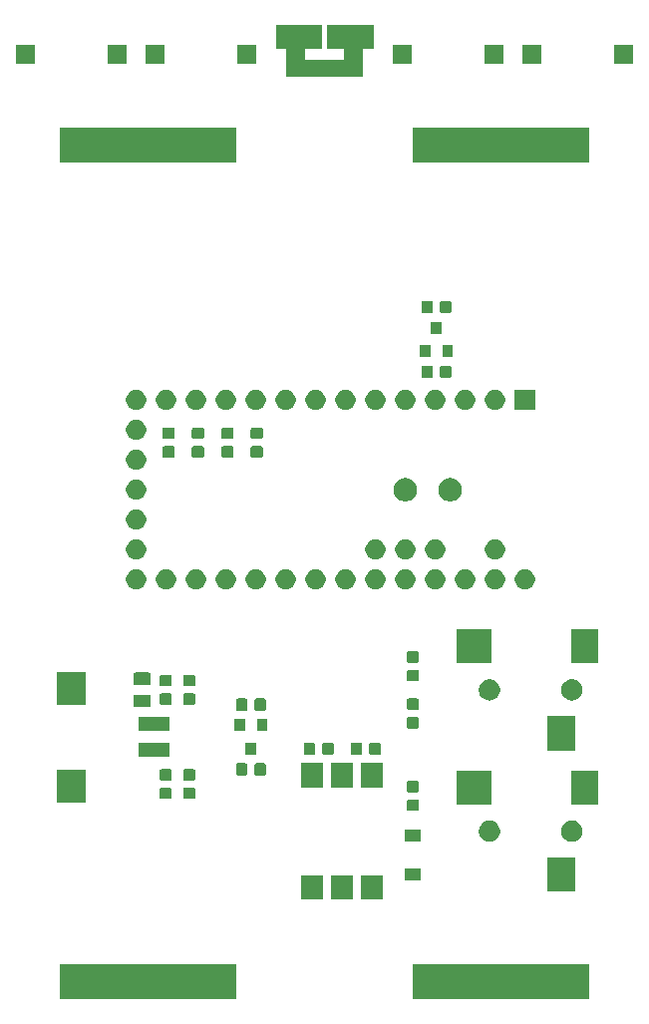
<source format=gts>
G04 #@! TF.GenerationSoftware,KiCad,Pcbnew,(5.1.4)-1*
G04 #@! TF.CreationDate,2019-10-14T19:51:17-04:00*
G04 #@! TF.ProjectId,badger-badge,62616467-6572-42d6-9261-6467652e6b69,rev?*
G04 #@! TF.SameCoordinates,Original*
G04 #@! TF.FileFunction,Soldermask,Top*
G04 #@! TF.FilePolarity,Negative*
%FSLAX46Y46*%
G04 Gerber Fmt 4.6, Leading zero omitted, Abs format (unit mm)*
G04 Created by KiCad (PCBNEW (5.1.4)-1) date 2019-10-14 19:51:17*
%MOMM*%
%LPD*%
G04 APERTURE LIST*
%ADD10C,0.100000*%
G04 APERTURE END LIST*
D10*
G36*
X100000000Y-133250000D02*
G01*
X85000000Y-133250000D01*
X85000000Y-130250000D01*
X100000000Y-130250000D01*
X100000000Y-133250000D01*
X100000000Y-133250000D01*
G37*
G36*
X70003363Y-133250000D02*
G01*
X55003363Y-133250000D01*
X55003363Y-130250000D01*
X70003363Y-130250000D01*
X70003363Y-133250000D01*
X70003363Y-133250000D01*
G37*
G36*
X82481000Y-124816000D02*
G01*
X80599000Y-124816000D01*
X80599000Y-122714000D01*
X82481000Y-122714000D01*
X82481000Y-124816000D01*
X82481000Y-124816000D01*
G37*
G36*
X77401000Y-124816000D02*
G01*
X75519000Y-124816000D01*
X75519000Y-122714000D01*
X77401000Y-122714000D01*
X77401000Y-124816000D01*
X77401000Y-124816000D01*
G37*
G36*
X79941000Y-124816000D02*
G01*
X78059000Y-124816000D01*
X78059000Y-122714000D01*
X79941000Y-122714000D01*
X79941000Y-124816000D01*
X79941000Y-124816000D01*
G37*
G36*
X98751000Y-124151000D02*
G01*
X96449000Y-124151000D01*
X96449000Y-121249000D01*
X98751000Y-121249000D01*
X98751000Y-124151000D01*
X98751000Y-124151000D01*
G37*
G36*
X85651000Y-123151000D02*
G01*
X84349000Y-123151000D01*
X84349000Y-122149000D01*
X85651000Y-122149000D01*
X85651000Y-123151000D01*
X85651000Y-123151000D01*
G37*
G36*
X98613512Y-118103927D02*
G01*
X98762812Y-118133624D01*
X98926784Y-118201544D01*
X99074354Y-118300147D01*
X99199853Y-118425646D01*
X99298456Y-118573216D01*
X99366376Y-118737188D01*
X99401000Y-118911259D01*
X99401000Y-119088741D01*
X99366376Y-119262812D01*
X99298456Y-119426784D01*
X99199853Y-119574354D01*
X99074354Y-119699853D01*
X98926784Y-119798456D01*
X98762812Y-119866376D01*
X98613512Y-119896073D01*
X98588742Y-119901000D01*
X98411258Y-119901000D01*
X98386488Y-119896073D01*
X98237188Y-119866376D01*
X98073216Y-119798456D01*
X97925646Y-119699853D01*
X97800147Y-119574354D01*
X97701544Y-119426784D01*
X97633624Y-119262812D01*
X97599000Y-119088741D01*
X97599000Y-118911259D01*
X97633624Y-118737188D01*
X97701544Y-118573216D01*
X97800147Y-118425646D01*
X97925646Y-118300147D01*
X98073216Y-118201544D01*
X98237188Y-118133624D01*
X98386488Y-118103927D01*
X98411258Y-118099000D01*
X98588742Y-118099000D01*
X98613512Y-118103927D01*
X98613512Y-118103927D01*
G37*
G36*
X91613512Y-118103927D02*
G01*
X91762812Y-118133624D01*
X91926784Y-118201544D01*
X92074354Y-118300147D01*
X92199853Y-118425646D01*
X92298456Y-118573216D01*
X92366376Y-118737188D01*
X92401000Y-118911259D01*
X92401000Y-119088741D01*
X92366376Y-119262812D01*
X92298456Y-119426784D01*
X92199853Y-119574354D01*
X92074354Y-119699853D01*
X91926784Y-119798456D01*
X91762812Y-119866376D01*
X91613512Y-119896073D01*
X91588742Y-119901000D01*
X91411258Y-119901000D01*
X91386488Y-119896073D01*
X91237188Y-119866376D01*
X91073216Y-119798456D01*
X90925646Y-119699853D01*
X90800147Y-119574354D01*
X90701544Y-119426784D01*
X90633624Y-119262812D01*
X90599000Y-119088741D01*
X90599000Y-118911259D01*
X90633624Y-118737188D01*
X90701544Y-118573216D01*
X90800147Y-118425646D01*
X90925646Y-118300147D01*
X91073216Y-118201544D01*
X91237188Y-118133624D01*
X91386488Y-118103927D01*
X91411258Y-118099000D01*
X91588742Y-118099000D01*
X91613512Y-118103927D01*
X91613512Y-118103927D01*
G37*
G36*
X85651000Y-119851000D02*
G01*
X84349000Y-119851000D01*
X84349000Y-118849000D01*
X85651000Y-118849000D01*
X85651000Y-119851000D01*
X85651000Y-119851000D01*
G37*
G36*
X85379591Y-116303085D02*
G01*
X85413569Y-116313393D01*
X85444890Y-116330134D01*
X85472339Y-116352661D01*
X85494866Y-116380110D01*
X85511607Y-116411431D01*
X85521915Y-116445409D01*
X85526000Y-116486890D01*
X85526000Y-117088110D01*
X85521915Y-117129591D01*
X85511607Y-117163569D01*
X85494866Y-117194890D01*
X85472339Y-117222339D01*
X85444890Y-117244866D01*
X85413569Y-117261607D01*
X85379591Y-117271915D01*
X85338110Y-117276000D01*
X84661890Y-117276000D01*
X84620409Y-117271915D01*
X84586431Y-117261607D01*
X84555110Y-117244866D01*
X84527661Y-117222339D01*
X84505134Y-117194890D01*
X84488393Y-117163569D01*
X84478085Y-117129591D01*
X84474000Y-117088110D01*
X84474000Y-116486890D01*
X84478085Y-116445409D01*
X84488393Y-116411431D01*
X84505134Y-116380110D01*
X84527661Y-116352661D01*
X84555110Y-116330134D01*
X84586431Y-116313393D01*
X84620409Y-116303085D01*
X84661890Y-116299000D01*
X85338110Y-116299000D01*
X85379591Y-116303085D01*
X85379591Y-116303085D01*
G37*
G36*
X100751000Y-116751000D02*
G01*
X98449000Y-116751000D01*
X98449000Y-113849000D01*
X100751000Y-113849000D01*
X100751000Y-116751000D01*
X100751000Y-116751000D01*
G37*
G36*
X91651000Y-116751000D02*
G01*
X88749000Y-116751000D01*
X88749000Y-113849000D01*
X91651000Y-113849000D01*
X91651000Y-116751000D01*
X91651000Y-116751000D01*
G37*
G36*
X57256000Y-116556000D02*
G01*
X54744000Y-116556000D01*
X54744000Y-113744000D01*
X57256000Y-113744000D01*
X57256000Y-116556000D01*
X57256000Y-116556000D01*
G37*
G36*
X64379591Y-115303085D02*
G01*
X64413569Y-115313393D01*
X64444890Y-115330134D01*
X64472339Y-115352661D01*
X64494866Y-115380110D01*
X64511607Y-115411431D01*
X64521915Y-115445409D01*
X64526000Y-115486890D01*
X64526000Y-116088110D01*
X64521915Y-116129591D01*
X64511607Y-116163569D01*
X64494866Y-116194890D01*
X64472339Y-116222339D01*
X64444890Y-116244866D01*
X64413569Y-116261607D01*
X64379591Y-116271915D01*
X64338110Y-116276000D01*
X63661890Y-116276000D01*
X63620409Y-116271915D01*
X63586431Y-116261607D01*
X63555110Y-116244866D01*
X63527661Y-116222339D01*
X63505134Y-116194890D01*
X63488393Y-116163569D01*
X63478085Y-116129591D01*
X63474000Y-116088110D01*
X63474000Y-115486890D01*
X63478085Y-115445409D01*
X63488393Y-115411431D01*
X63505134Y-115380110D01*
X63527661Y-115352661D01*
X63555110Y-115330134D01*
X63586431Y-115313393D01*
X63620409Y-115303085D01*
X63661890Y-115299000D01*
X64338110Y-115299000D01*
X64379591Y-115303085D01*
X64379591Y-115303085D01*
G37*
G36*
X66379591Y-115303085D02*
G01*
X66413569Y-115313393D01*
X66444890Y-115330134D01*
X66472339Y-115352661D01*
X66494866Y-115380110D01*
X66511607Y-115411431D01*
X66521915Y-115445409D01*
X66526000Y-115486890D01*
X66526000Y-116088110D01*
X66521915Y-116129591D01*
X66511607Y-116163569D01*
X66494866Y-116194890D01*
X66472339Y-116222339D01*
X66444890Y-116244866D01*
X66413569Y-116261607D01*
X66379591Y-116271915D01*
X66338110Y-116276000D01*
X65661890Y-116276000D01*
X65620409Y-116271915D01*
X65586431Y-116261607D01*
X65555110Y-116244866D01*
X65527661Y-116222339D01*
X65505134Y-116194890D01*
X65488393Y-116163569D01*
X65478085Y-116129591D01*
X65474000Y-116088110D01*
X65474000Y-115486890D01*
X65478085Y-115445409D01*
X65488393Y-115411431D01*
X65505134Y-115380110D01*
X65527661Y-115352661D01*
X65555110Y-115330134D01*
X65586431Y-115313393D01*
X65620409Y-115303085D01*
X65661890Y-115299000D01*
X66338110Y-115299000D01*
X66379591Y-115303085D01*
X66379591Y-115303085D01*
G37*
G36*
X85379591Y-114728085D02*
G01*
X85413569Y-114738393D01*
X85444890Y-114755134D01*
X85472339Y-114777661D01*
X85494866Y-114805110D01*
X85511607Y-114836431D01*
X85521915Y-114870409D01*
X85526000Y-114911890D01*
X85526000Y-115513110D01*
X85521915Y-115554591D01*
X85511607Y-115588569D01*
X85494866Y-115619890D01*
X85472339Y-115647339D01*
X85444890Y-115669866D01*
X85413569Y-115686607D01*
X85379591Y-115696915D01*
X85338110Y-115701000D01*
X84661890Y-115701000D01*
X84620409Y-115696915D01*
X84586431Y-115686607D01*
X84555110Y-115669866D01*
X84527661Y-115647339D01*
X84505134Y-115619890D01*
X84488393Y-115588569D01*
X84478085Y-115554591D01*
X84474000Y-115513110D01*
X84474000Y-114911890D01*
X84478085Y-114870409D01*
X84488393Y-114836431D01*
X84505134Y-114805110D01*
X84527661Y-114777661D01*
X84555110Y-114755134D01*
X84586431Y-114738393D01*
X84620409Y-114728085D01*
X84661890Y-114724000D01*
X85338110Y-114724000D01*
X85379591Y-114728085D01*
X85379591Y-114728085D01*
G37*
G36*
X82481000Y-115286000D02*
G01*
X80599000Y-115286000D01*
X80599000Y-113184000D01*
X82481000Y-113184000D01*
X82481000Y-115286000D01*
X82481000Y-115286000D01*
G37*
G36*
X79941000Y-115286000D02*
G01*
X78059000Y-115286000D01*
X78059000Y-113184000D01*
X79941000Y-113184000D01*
X79941000Y-115286000D01*
X79941000Y-115286000D01*
G37*
G36*
X77401000Y-115286000D02*
G01*
X75519000Y-115286000D01*
X75519000Y-113184000D01*
X77401000Y-113184000D01*
X77401000Y-115286000D01*
X77401000Y-115286000D01*
G37*
G36*
X66379591Y-113728085D02*
G01*
X66413569Y-113738393D01*
X66444890Y-113755134D01*
X66472339Y-113777661D01*
X66494866Y-113805110D01*
X66511607Y-113836431D01*
X66521915Y-113870409D01*
X66526000Y-113911890D01*
X66526000Y-114513110D01*
X66521915Y-114554591D01*
X66511607Y-114588569D01*
X66494866Y-114619890D01*
X66472339Y-114647339D01*
X66444890Y-114669866D01*
X66413569Y-114686607D01*
X66379591Y-114696915D01*
X66338110Y-114701000D01*
X65661890Y-114701000D01*
X65620409Y-114696915D01*
X65586431Y-114686607D01*
X65555110Y-114669866D01*
X65527661Y-114647339D01*
X65505134Y-114619890D01*
X65488393Y-114588569D01*
X65478085Y-114554591D01*
X65474000Y-114513110D01*
X65474000Y-113911890D01*
X65478085Y-113870409D01*
X65488393Y-113836431D01*
X65505134Y-113805110D01*
X65527661Y-113777661D01*
X65555110Y-113755134D01*
X65586431Y-113738393D01*
X65620409Y-113728085D01*
X65661890Y-113724000D01*
X66338110Y-113724000D01*
X66379591Y-113728085D01*
X66379591Y-113728085D01*
G37*
G36*
X64379591Y-113728085D02*
G01*
X64413569Y-113738393D01*
X64444890Y-113755134D01*
X64472339Y-113777661D01*
X64494866Y-113805110D01*
X64511607Y-113836431D01*
X64521915Y-113870409D01*
X64526000Y-113911890D01*
X64526000Y-114513110D01*
X64521915Y-114554591D01*
X64511607Y-114588569D01*
X64494866Y-114619890D01*
X64472339Y-114647339D01*
X64444890Y-114669866D01*
X64413569Y-114686607D01*
X64379591Y-114696915D01*
X64338110Y-114701000D01*
X63661890Y-114701000D01*
X63620409Y-114696915D01*
X63586431Y-114686607D01*
X63555110Y-114669866D01*
X63527661Y-114647339D01*
X63505134Y-114619890D01*
X63488393Y-114588569D01*
X63478085Y-114554591D01*
X63474000Y-114513110D01*
X63474000Y-113911890D01*
X63478085Y-113870409D01*
X63488393Y-113836431D01*
X63505134Y-113805110D01*
X63527661Y-113777661D01*
X63555110Y-113755134D01*
X63586431Y-113738393D01*
X63620409Y-113728085D01*
X63661890Y-113724000D01*
X64338110Y-113724000D01*
X64379591Y-113728085D01*
X64379591Y-113728085D01*
G37*
G36*
X72379591Y-113228085D02*
G01*
X72413569Y-113238393D01*
X72444890Y-113255134D01*
X72472339Y-113277661D01*
X72494866Y-113305110D01*
X72511607Y-113336431D01*
X72521915Y-113370409D01*
X72526000Y-113411890D01*
X72526000Y-114088110D01*
X72521915Y-114129591D01*
X72511607Y-114163569D01*
X72494866Y-114194890D01*
X72472339Y-114222339D01*
X72444890Y-114244866D01*
X72413569Y-114261607D01*
X72379591Y-114271915D01*
X72338110Y-114276000D01*
X71736890Y-114276000D01*
X71695409Y-114271915D01*
X71661431Y-114261607D01*
X71630110Y-114244866D01*
X71602661Y-114222339D01*
X71580134Y-114194890D01*
X71563393Y-114163569D01*
X71553085Y-114129591D01*
X71549000Y-114088110D01*
X71549000Y-113411890D01*
X71553085Y-113370409D01*
X71563393Y-113336431D01*
X71580134Y-113305110D01*
X71602661Y-113277661D01*
X71630110Y-113255134D01*
X71661431Y-113238393D01*
X71695409Y-113228085D01*
X71736890Y-113224000D01*
X72338110Y-113224000D01*
X72379591Y-113228085D01*
X72379591Y-113228085D01*
G37*
G36*
X70804591Y-113228085D02*
G01*
X70838569Y-113238393D01*
X70869890Y-113255134D01*
X70897339Y-113277661D01*
X70919866Y-113305110D01*
X70936607Y-113336431D01*
X70946915Y-113370409D01*
X70951000Y-113411890D01*
X70951000Y-114088110D01*
X70946915Y-114129591D01*
X70936607Y-114163569D01*
X70919866Y-114194890D01*
X70897339Y-114222339D01*
X70869890Y-114244866D01*
X70838569Y-114261607D01*
X70804591Y-114271915D01*
X70763110Y-114276000D01*
X70161890Y-114276000D01*
X70120409Y-114271915D01*
X70086431Y-114261607D01*
X70055110Y-114244866D01*
X70027661Y-114222339D01*
X70005134Y-114194890D01*
X69988393Y-114163569D01*
X69978085Y-114129591D01*
X69974000Y-114088110D01*
X69974000Y-113411890D01*
X69978085Y-113370409D01*
X69988393Y-113336431D01*
X70005134Y-113305110D01*
X70027661Y-113277661D01*
X70055110Y-113255134D01*
X70086431Y-113238393D01*
X70120409Y-113228085D01*
X70161890Y-113224000D01*
X70763110Y-113224000D01*
X70804591Y-113228085D01*
X70804591Y-113228085D01*
G37*
G36*
X64326000Y-112681000D02*
G01*
X61674000Y-112681000D01*
X61674000Y-111519000D01*
X64326000Y-111519000D01*
X64326000Y-112681000D01*
X64326000Y-112681000D01*
G37*
G36*
X80554591Y-111478085D02*
G01*
X80588569Y-111488393D01*
X80619890Y-111505134D01*
X80647339Y-111527661D01*
X80669866Y-111555110D01*
X80686607Y-111586431D01*
X80696915Y-111620409D01*
X80701000Y-111661890D01*
X80701000Y-112338110D01*
X80696915Y-112379591D01*
X80686607Y-112413569D01*
X80669866Y-112444890D01*
X80647339Y-112472339D01*
X80619890Y-112494866D01*
X80588569Y-112511607D01*
X80554591Y-112521915D01*
X80513110Y-112526000D01*
X79911890Y-112526000D01*
X79870409Y-112521915D01*
X79836431Y-112511607D01*
X79805110Y-112494866D01*
X79777661Y-112472339D01*
X79755134Y-112444890D01*
X79738393Y-112413569D01*
X79728085Y-112379591D01*
X79724000Y-112338110D01*
X79724000Y-111661890D01*
X79728085Y-111620409D01*
X79738393Y-111586431D01*
X79755134Y-111555110D01*
X79777661Y-111527661D01*
X79805110Y-111505134D01*
X79836431Y-111488393D01*
X79870409Y-111478085D01*
X79911890Y-111474000D01*
X80513110Y-111474000D01*
X80554591Y-111478085D01*
X80554591Y-111478085D01*
G37*
G36*
X82129591Y-111478085D02*
G01*
X82163569Y-111488393D01*
X82194890Y-111505134D01*
X82222339Y-111527661D01*
X82244866Y-111555110D01*
X82261607Y-111586431D01*
X82271915Y-111620409D01*
X82276000Y-111661890D01*
X82276000Y-112338110D01*
X82271915Y-112379591D01*
X82261607Y-112413569D01*
X82244866Y-112444890D01*
X82222339Y-112472339D01*
X82194890Y-112494866D01*
X82163569Y-112511607D01*
X82129591Y-112521915D01*
X82088110Y-112526000D01*
X81486890Y-112526000D01*
X81445409Y-112521915D01*
X81411431Y-112511607D01*
X81380110Y-112494866D01*
X81352661Y-112472339D01*
X81330134Y-112444890D01*
X81313393Y-112413569D01*
X81303085Y-112379591D01*
X81299000Y-112338110D01*
X81299000Y-111661890D01*
X81303085Y-111620409D01*
X81313393Y-111586431D01*
X81330134Y-111555110D01*
X81352661Y-111527661D01*
X81380110Y-111505134D01*
X81411431Y-111488393D01*
X81445409Y-111478085D01*
X81486890Y-111474000D01*
X82088110Y-111474000D01*
X82129591Y-111478085D01*
X82129591Y-111478085D01*
G37*
G36*
X78129591Y-111478085D02*
G01*
X78163569Y-111488393D01*
X78194890Y-111505134D01*
X78222339Y-111527661D01*
X78244866Y-111555110D01*
X78261607Y-111586431D01*
X78271915Y-111620409D01*
X78276000Y-111661890D01*
X78276000Y-112338110D01*
X78271915Y-112379591D01*
X78261607Y-112413569D01*
X78244866Y-112444890D01*
X78222339Y-112472339D01*
X78194890Y-112494866D01*
X78163569Y-112511607D01*
X78129591Y-112521915D01*
X78088110Y-112526000D01*
X77486890Y-112526000D01*
X77445409Y-112521915D01*
X77411431Y-112511607D01*
X77380110Y-112494866D01*
X77352661Y-112472339D01*
X77330134Y-112444890D01*
X77313393Y-112413569D01*
X77303085Y-112379591D01*
X77299000Y-112338110D01*
X77299000Y-111661890D01*
X77303085Y-111620409D01*
X77313393Y-111586431D01*
X77330134Y-111555110D01*
X77352661Y-111527661D01*
X77380110Y-111505134D01*
X77411431Y-111488393D01*
X77445409Y-111478085D01*
X77486890Y-111474000D01*
X78088110Y-111474000D01*
X78129591Y-111478085D01*
X78129591Y-111478085D01*
G37*
G36*
X76554591Y-111478085D02*
G01*
X76588569Y-111488393D01*
X76619890Y-111505134D01*
X76647339Y-111527661D01*
X76669866Y-111555110D01*
X76686607Y-111586431D01*
X76696915Y-111620409D01*
X76701000Y-111661890D01*
X76701000Y-112338110D01*
X76696915Y-112379591D01*
X76686607Y-112413569D01*
X76669866Y-112444890D01*
X76647339Y-112472339D01*
X76619890Y-112494866D01*
X76588569Y-112511607D01*
X76554591Y-112521915D01*
X76513110Y-112526000D01*
X75911890Y-112526000D01*
X75870409Y-112521915D01*
X75836431Y-112511607D01*
X75805110Y-112494866D01*
X75777661Y-112472339D01*
X75755134Y-112444890D01*
X75738393Y-112413569D01*
X75728085Y-112379591D01*
X75724000Y-112338110D01*
X75724000Y-111661890D01*
X75728085Y-111620409D01*
X75738393Y-111586431D01*
X75755134Y-111555110D01*
X75777661Y-111527661D01*
X75805110Y-111505134D01*
X75836431Y-111488393D01*
X75870409Y-111478085D01*
X75911890Y-111474000D01*
X76513110Y-111474000D01*
X76554591Y-111478085D01*
X76554591Y-111478085D01*
G37*
G36*
X71701000Y-112501000D02*
G01*
X70799000Y-112501000D01*
X70799000Y-111499000D01*
X71701000Y-111499000D01*
X71701000Y-112501000D01*
X71701000Y-112501000D01*
G37*
G36*
X98751000Y-112151000D02*
G01*
X96449000Y-112151000D01*
X96449000Y-109249000D01*
X98751000Y-109249000D01*
X98751000Y-112151000D01*
X98751000Y-112151000D01*
G37*
G36*
X70751000Y-110501000D02*
G01*
X69849000Y-110501000D01*
X69849000Y-109499000D01*
X70751000Y-109499000D01*
X70751000Y-110501000D01*
X70751000Y-110501000D01*
G37*
G36*
X72651000Y-110501000D02*
G01*
X71749000Y-110501000D01*
X71749000Y-109499000D01*
X72651000Y-109499000D01*
X72651000Y-110501000D01*
X72651000Y-110501000D01*
G37*
G36*
X64326000Y-110481000D02*
G01*
X61674000Y-110481000D01*
X61674000Y-109319000D01*
X64326000Y-109319000D01*
X64326000Y-110481000D01*
X64326000Y-110481000D01*
G37*
G36*
X85379591Y-109303085D02*
G01*
X85413569Y-109313393D01*
X85444890Y-109330134D01*
X85472339Y-109352661D01*
X85494866Y-109380110D01*
X85511607Y-109411431D01*
X85521915Y-109445409D01*
X85526000Y-109486890D01*
X85526000Y-110088110D01*
X85521915Y-110129591D01*
X85511607Y-110163569D01*
X85494866Y-110194890D01*
X85472339Y-110222339D01*
X85444890Y-110244866D01*
X85413569Y-110261607D01*
X85379591Y-110271915D01*
X85338110Y-110276000D01*
X84661890Y-110276000D01*
X84620409Y-110271915D01*
X84586431Y-110261607D01*
X84555110Y-110244866D01*
X84527661Y-110222339D01*
X84505134Y-110194890D01*
X84488393Y-110163569D01*
X84478085Y-110129591D01*
X84474000Y-110088110D01*
X84474000Y-109486890D01*
X84478085Y-109445409D01*
X84488393Y-109411431D01*
X84505134Y-109380110D01*
X84527661Y-109352661D01*
X84555110Y-109330134D01*
X84586431Y-109313393D01*
X84620409Y-109303085D01*
X84661890Y-109299000D01*
X85338110Y-109299000D01*
X85379591Y-109303085D01*
X85379591Y-109303085D01*
G37*
G36*
X70804591Y-107728085D02*
G01*
X70838569Y-107738393D01*
X70869890Y-107755134D01*
X70897339Y-107777661D01*
X70919866Y-107805110D01*
X70936607Y-107836431D01*
X70946915Y-107870409D01*
X70951000Y-107911890D01*
X70951000Y-108588110D01*
X70946915Y-108629591D01*
X70936607Y-108663569D01*
X70919866Y-108694890D01*
X70897339Y-108722339D01*
X70869890Y-108744866D01*
X70838569Y-108761607D01*
X70804591Y-108771915D01*
X70763110Y-108776000D01*
X70161890Y-108776000D01*
X70120409Y-108771915D01*
X70086431Y-108761607D01*
X70055110Y-108744866D01*
X70027661Y-108722339D01*
X70005134Y-108694890D01*
X69988393Y-108663569D01*
X69978085Y-108629591D01*
X69974000Y-108588110D01*
X69974000Y-107911890D01*
X69978085Y-107870409D01*
X69988393Y-107836431D01*
X70005134Y-107805110D01*
X70027661Y-107777661D01*
X70055110Y-107755134D01*
X70086431Y-107738393D01*
X70120409Y-107728085D01*
X70161890Y-107724000D01*
X70763110Y-107724000D01*
X70804591Y-107728085D01*
X70804591Y-107728085D01*
G37*
G36*
X72379591Y-107728085D02*
G01*
X72413569Y-107738393D01*
X72444890Y-107755134D01*
X72472339Y-107777661D01*
X72494866Y-107805110D01*
X72511607Y-107836431D01*
X72521915Y-107870409D01*
X72526000Y-107911890D01*
X72526000Y-108588110D01*
X72521915Y-108629591D01*
X72511607Y-108663569D01*
X72494866Y-108694890D01*
X72472339Y-108722339D01*
X72444890Y-108744866D01*
X72413569Y-108761607D01*
X72379591Y-108771915D01*
X72338110Y-108776000D01*
X71736890Y-108776000D01*
X71695409Y-108771915D01*
X71661431Y-108761607D01*
X71630110Y-108744866D01*
X71602661Y-108722339D01*
X71580134Y-108694890D01*
X71563393Y-108663569D01*
X71553085Y-108629591D01*
X71549000Y-108588110D01*
X71549000Y-107911890D01*
X71553085Y-107870409D01*
X71563393Y-107836431D01*
X71580134Y-107805110D01*
X71602661Y-107777661D01*
X71630110Y-107755134D01*
X71661431Y-107738393D01*
X71695409Y-107728085D01*
X71736890Y-107724000D01*
X72338110Y-107724000D01*
X72379591Y-107728085D01*
X72379591Y-107728085D01*
G37*
G36*
X85379591Y-107728085D02*
G01*
X85413569Y-107738393D01*
X85444890Y-107755134D01*
X85472339Y-107777661D01*
X85494866Y-107805110D01*
X85511607Y-107836431D01*
X85521915Y-107870409D01*
X85526000Y-107911890D01*
X85526000Y-108513110D01*
X85521915Y-108554591D01*
X85511607Y-108588569D01*
X85494866Y-108619890D01*
X85472339Y-108647339D01*
X85444890Y-108669866D01*
X85413569Y-108686607D01*
X85379591Y-108696915D01*
X85338110Y-108701000D01*
X84661890Y-108701000D01*
X84620409Y-108696915D01*
X84586431Y-108686607D01*
X84555110Y-108669866D01*
X84527661Y-108647339D01*
X84505134Y-108619890D01*
X84488393Y-108588569D01*
X84478085Y-108554591D01*
X84474000Y-108513110D01*
X84474000Y-107911890D01*
X84478085Y-107870409D01*
X84488393Y-107836431D01*
X84505134Y-107805110D01*
X84527661Y-107777661D01*
X84555110Y-107755134D01*
X84586431Y-107738393D01*
X84620409Y-107728085D01*
X84661890Y-107724000D01*
X85338110Y-107724000D01*
X85379591Y-107728085D01*
X85379591Y-107728085D01*
G37*
G36*
X62584468Y-107403565D02*
G01*
X62623138Y-107415296D01*
X62658777Y-107434346D01*
X62690017Y-107459983D01*
X62715654Y-107491223D01*
X62734704Y-107526862D01*
X62746435Y-107565532D01*
X62751000Y-107611888D01*
X62751000Y-108263112D01*
X62746435Y-108309468D01*
X62734704Y-108348138D01*
X62715654Y-108383777D01*
X62690017Y-108415017D01*
X62658777Y-108440654D01*
X62623138Y-108459704D01*
X62584468Y-108471435D01*
X62538112Y-108476000D01*
X61461888Y-108476000D01*
X61415532Y-108471435D01*
X61376862Y-108459704D01*
X61341223Y-108440654D01*
X61309983Y-108415017D01*
X61284346Y-108383777D01*
X61265296Y-108348138D01*
X61253565Y-108309468D01*
X61249000Y-108263112D01*
X61249000Y-107611888D01*
X61253565Y-107565532D01*
X61265296Y-107526862D01*
X61284346Y-107491223D01*
X61309983Y-107459983D01*
X61341223Y-107434346D01*
X61376862Y-107415296D01*
X61415532Y-107403565D01*
X61461888Y-107399000D01*
X62538112Y-107399000D01*
X62584468Y-107403565D01*
X62584468Y-107403565D01*
G37*
G36*
X64379591Y-107303085D02*
G01*
X64413569Y-107313393D01*
X64444890Y-107330134D01*
X64472339Y-107352661D01*
X64494866Y-107380110D01*
X64511607Y-107411431D01*
X64521915Y-107445409D01*
X64526000Y-107486890D01*
X64526000Y-108088110D01*
X64521915Y-108129591D01*
X64511607Y-108163569D01*
X64494866Y-108194890D01*
X64472339Y-108222339D01*
X64444890Y-108244866D01*
X64413569Y-108261607D01*
X64379591Y-108271915D01*
X64338110Y-108276000D01*
X63661890Y-108276000D01*
X63620409Y-108271915D01*
X63586431Y-108261607D01*
X63555110Y-108244866D01*
X63527661Y-108222339D01*
X63505134Y-108194890D01*
X63488393Y-108163569D01*
X63478085Y-108129591D01*
X63474000Y-108088110D01*
X63474000Y-107486890D01*
X63478085Y-107445409D01*
X63488393Y-107411431D01*
X63505134Y-107380110D01*
X63527661Y-107352661D01*
X63555110Y-107330134D01*
X63586431Y-107313393D01*
X63620409Y-107303085D01*
X63661890Y-107299000D01*
X64338110Y-107299000D01*
X64379591Y-107303085D01*
X64379591Y-107303085D01*
G37*
G36*
X66379591Y-107303085D02*
G01*
X66413569Y-107313393D01*
X66444890Y-107330134D01*
X66472339Y-107352661D01*
X66494866Y-107380110D01*
X66511607Y-107411431D01*
X66521915Y-107445409D01*
X66526000Y-107486890D01*
X66526000Y-108088110D01*
X66521915Y-108129591D01*
X66511607Y-108163569D01*
X66494866Y-108194890D01*
X66472339Y-108222339D01*
X66444890Y-108244866D01*
X66413569Y-108261607D01*
X66379591Y-108271915D01*
X66338110Y-108276000D01*
X65661890Y-108276000D01*
X65620409Y-108271915D01*
X65586431Y-108261607D01*
X65555110Y-108244866D01*
X65527661Y-108222339D01*
X65505134Y-108194890D01*
X65488393Y-108163569D01*
X65478085Y-108129591D01*
X65474000Y-108088110D01*
X65474000Y-107486890D01*
X65478085Y-107445409D01*
X65488393Y-107411431D01*
X65505134Y-107380110D01*
X65527661Y-107352661D01*
X65555110Y-107330134D01*
X65586431Y-107313393D01*
X65620409Y-107303085D01*
X65661890Y-107299000D01*
X66338110Y-107299000D01*
X66379591Y-107303085D01*
X66379591Y-107303085D01*
G37*
G36*
X57256000Y-108256000D02*
G01*
X54744000Y-108256000D01*
X54744000Y-105444000D01*
X57256000Y-105444000D01*
X57256000Y-108256000D01*
X57256000Y-108256000D01*
G37*
G36*
X91613512Y-106103927D02*
G01*
X91762812Y-106133624D01*
X91926784Y-106201544D01*
X92074354Y-106300147D01*
X92199853Y-106425646D01*
X92298456Y-106573216D01*
X92366376Y-106737188D01*
X92401000Y-106911259D01*
X92401000Y-107088741D01*
X92366376Y-107262812D01*
X92298456Y-107426784D01*
X92199853Y-107574354D01*
X92074354Y-107699853D01*
X91926784Y-107798456D01*
X91762812Y-107866376D01*
X91613512Y-107896073D01*
X91588742Y-107901000D01*
X91411258Y-107901000D01*
X91386488Y-107896073D01*
X91237188Y-107866376D01*
X91073216Y-107798456D01*
X90925646Y-107699853D01*
X90800147Y-107574354D01*
X90701544Y-107426784D01*
X90633624Y-107262812D01*
X90599000Y-107088741D01*
X90599000Y-106911259D01*
X90633624Y-106737188D01*
X90701544Y-106573216D01*
X90800147Y-106425646D01*
X90925646Y-106300147D01*
X91073216Y-106201544D01*
X91237188Y-106133624D01*
X91386488Y-106103927D01*
X91411258Y-106099000D01*
X91588742Y-106099000D01*
X91613512Y-106103927D01*
X91613512Y-106103927D01*
G37*
G36*
X98613512Y-106103927D02*
G01*
X98762812Y-106133624D01*
X98926784Y-106201544D01*
X99074354Y-106300147D01*
X99199853Y-106425646D01*
X99298456Y-106573216D01*
X99366376Y-106737188D01*
X99401000Y-106911259D01*
X99401000Y-107088741D01*
X99366376Y-107262812D01*
X99298456Y-107426784D01*
X99199853Y-107574354D01*
X99074354Y-107699853D01*
X98926784Y-107798456D01*
X98762812Y-107866376D01*
X98613512Y-107896073D01*
X98588742Y-107901000D01*
X98411258Y-107901000D01*
X98386488Y-107896073D01*
X98237188Y-107866376D01*
X98073216Y-107798456D01*
X97925646Y-107699853D01*
X97800147Y-107574354D01*
X97701544Y-107426784D01*
X97633624Y-107262812D01*
X97599000Y-107088741D01*
X97599000Y-106911259D01*
X97633624Y-106737188D01*
X97701544Y-106573216D01*
X97800147Y-106425646D01*
X97925646Y-106300147D01*
X98073216Y-106201544D01*
X98237188Y-106133624D01*
X98386488Y-106103927D01*
X98411258Y-106099000D01*
X98588742Y-106099000D01*
X98613512Y-106103927D01*
X98613512Y-106103927D01*
G37*
G36*
X64379591Y-105728085D02*
G01*
X64413569Y-105738393D01*
X64444890Y-105755134D01*
X64472339Y-105777661D01*
X64494866Y-105805110D01*
X64511607Y-105836431D01*
X64521915Y-105870409D01*
X64526000Y-105911890D01*
X64526000Y-106513110D01*
X64521915Y-106554591D01*
X64511607Y-106588569D01*
X64494866Y-106619890D01*
X64472339Y-106647339D01*
X64444890Y-106669866D01*
X64413569Y-106686607D01*
X64379591Y-106696915D01*
X64338110Y-106701000D01*
X63661890Y-106701000D01*
X63620409Y-106696915D01*
X63586431Y-106686607D01*
X63555110Y-106669866D01*
X63527661Y-106647339D01*
X63505134Y-106619890D01*
X63488393Y-106588569D01*
X63478085Y-106554591D01*
X63474000Y-106513110D01*
X63474000Y-105911890D01*
X63478085Y-105870409D01*
X63488393Y-105836431D01*
X63505134Y-105805110D01*
X63527661Y-105777661D01*
X63555110Y-105755134D01*
X63586431Y-105738393D01*
X63620409Y-105728085D01*
X63661890Y-105724000D01*
X64338110Y-105724000D01*
X64379591Y-105728085D01*
X64379591Y-105728085D01*
G37*
G36*
X66379591Y-105728085D02*
G01*
X66413569Y-105738393D01*
X66444890Y-105755134D01*
X66472339Y-105777661D01*
X66494866Y-105805110D01*
X66511607Y-105836431D01*
X66521915Y-105870409D01*
X66526000Y-105911890D01*
X66526000Y-106513110D01*
X66521915Y-106554591D01*
X66511607Y-106588569D01*
X66494866Y-106619890D01*
X66472339Y-106647339D01*
X66444890Y-106669866D01*
X66413569Y-106686607D01*
X66379591Y-106696915D01*
X66338110Y-106701000D01*
X65661890Y-106701000D01*
X65620409Y-106696915D01*
X65586431Y-106686607D01*
X65555110Y-106669866D01*
X65527661Y-106647339D01*
X65505134Y-106619890D01*
X65488393Y-106588569D01*
X65478085Y-106554591D01*
X65474000Y-106513110D01*
X65474000Y-105911890D01*
X65478085Y-105870409D01*
X65488393Y-105836431D01*
X65505134Y-105805110D01*
X65527661Y-105777661D01*
X65555110Y-105755134D01*
X65586431Y-105738393D01*
X65620409Y-105728085D01*
X65661890Y-105724000D01*
X66338110Y-105724000D01*
X66379591Y-105728085D01*
X66379591Y-105728085D01*
G37*
G36*
X62584468Y-105528565D02*
G01*
X62623138Y-105540296D01*
X62658777Y-105559346D01*
X62690017Y-105584983D01*
X62715654Y-105616223D01*
X62734704Y-105651862D01*
X62746435Y-105690532D01*
X62751000Y-105736888D01*
X62751000Y-106388112D01*
X62746435Y-106434468D01*
X62734704Y-106473138D01*
X62715654Y-106508777D01*
X62690017Y-106540017D01*
X62658777Y-106565654D01*
X62623138Y-106584704D01*
X62584468Y-106596435D01*
X62538112Y-106601000D01*
X61461888Y-106601000D01*
X61415532Y-106596435D01*
X61376862Y-106584704D01*
X61341223Y-106565654D01*
X61309983Y-106540017D01*
X61284346Y-106508777D01*
X61265296Y-106473138D01*
X61253565Y-106434468D01*
X61249000Y-106388112D01*
X61249000Y-105736888D01*
X61253565Y-105690532D01*
X61265296Y-105651862D01*
X61284346Y-105616223D01*
X61309983Y-105584983D01*
X61341223Y-105559346D01*
X61376862Y-105540296D01*
X61415532Y-105528565D01*
X61461888Y-105524000D01*
X62538112Y-105524000D01*
X62584468Y-105528565D01*
X62584468Y-105528565D01*
G37*
G36*
X85379591Y-105303085D02*
G01*
X85413569Y-105313393D01*
X85444890Y-105330134D01*
X85472339Y-105352661D01*
X85494866Y-105380110D01*
X85511607Y-105411431D01*
X85521915Y-105445409D01*
X85526000Y-105486890D01*
X85526000Y-106088110D01*
X85521915Y-106129591D01*
X85511607Y-106163569D01*
X85494866Y-106194890D01*
X85472339Y-106222339D01*
X85444890Y-106244866D01*
X85413569Y-106261607D01*
X85379591Y-106271915D01*
X85338110Y-106276000D01*
X84661890Y-106276000D01*
X84620409Y-106271915D01*
X84586431Y-106261607D01*
X84555110Y-106244866D01*
X84527661Y-106222339D01*
X84505134Y-106194890D01*
X84488393Y-106163569D01*
X84478085Y-106129591D01*
X84474000Y-106088110D01*
X84474000Y-105486890D01*
X84478085Y-105445409D01*
X84488393Y-105411431D01*
X84505134Y-105380110D01*
X84527661Y-105352661D01*
X84555110Y-105330134D01*
X84586431Y-105313393D01*
X84620409Y-105303085D01*
X84661890Y-105299000D01*
X85338110Y-105299000D01*
X85379591Y-105303085D01*
X85379591Y-105303085D01*
G37*
G36*
X91651000Y-104751000D02*
G01*
X88749000Y-104751000D01*
X88749000Y-101849000D01*
X91651000Y-101849000D01*
X91651000Y-104751000D01*
X91651000Y-104751000D01*
G37*
G36*
X100751000Y-104751000D02*
G01*
X98449000Y-104751000D01*
X98449000Y-101849000D01*
X100751000Y-101849000D01*
X100751000Y-104751000D01*
X100751000Y-104751000D01*
G37*
G36*
X85379591Y-103728085D02*
G01*
X85413569Y-103738393D01*
X85444890Y-103755134D01*
X85472339Y-103777661D01*
X85494866Y-103805110D01*
X85511607Y-103836431D01*
X85521915Y-103870409D01*
X85526000Y-103911890D01*
X85526000Y-104513110D01*
X85521915Y-104554591D01*
X85511607Y-104588569D01*
X85494866Y-104619890D01*
X85472339Y-104647339D01*
X85444890Y-104669866D01*
X85413569Y-104686607D01*
X85379591Y-104696915D01*
X85338110Y-104701000D01*
X84661890Y-104701000D01*
X84620409Y-104696915D01*
X84586431Y-104686607D01*
X84555110Y-104669866D01*
X84527661Y-104647339D01*
X84505134Y-104619890D01*
X84488393Y-104588569D01*
X84478085Y-104554591D01*
X84474000Y-104513110D01*
X84474000Y-103911890D01*
X84478085Y-103870409D01*
X84488393Y-103836431D01*
X84505134Y-103805110D01*
X84527661Y-103777661D01*
X84555110Y-103755134D01*
X84586431Y-103738393D01*
X84620409Y-103728085D01*
X84661890Y-103724000D01*
X85338110Y-103724000D01*
X85379591Y-103728085D01*
X85379591Y-103728085D01*
G37*
G36*
X69358228Y-96801703D02*
G01*
X69513100Y-96865853D01*
X69652481Y-96958985D01*
X69771015Y-97077519D01*
X69864147Y-97216900D01*
X69928297Y-97371772D01*
X69961000Y-97536184D01*
X69961000Y-97703816D01*
X69928297Y-97868228D01*
X69864147Y-98023100D01*
X69771015Y-98162481D01*
X69652481Y-98281015D01*
X69513100Y-98374147D01*
X69358228Y-98438297D01*
X69193816Y-98471000D01*
X69026184Y-98471000D01*
X68861772Y-98438297D01*
X68706900Y-98374147D01*
X68567519Y-98281015D01*
X68448985Y-98162481D01*
X68355853Y-98023100D01*
X68291703Y-97868228D01*
X68259000Y-97703816D01*
X68259000Y-97536184D01*
X68291703Y-97371772D01*
X68355853Y-97216900D01*
X68448985Y-97077519D01*
X68567519Y-96958985D01*
X68706900Y-96865853D01*
X68861772Y-96801703D01*
X69026184Y-96769000D01*
X69193816Y-96769000D01*
X69358228Y-96801703D01*
X69358228Y-96801703D01*
G37*
G36*
X71898228Y-96801703D02*
G01*
X72053100Y-96865853D01*
X72192481Y-96958985D01*
X72311015Y-97077519D01*
X72404147Y-97216900D01*
X72468297Y-97371772D01*
X72501000Y-97536184D01*
X72501000Y-97703816D01*
X72468297Y-97868228D01*
X72404147Y-98023100D01*
X72311015Y-98162481D01*
X72192481Y-98281015D01*
X72053100Y-98374147D01*
X71898228Y-98438297D01*
X71733816Y-98471000D01*
X71566184Y-98471000D01*
X71401772Y-98438297D01*
X71246900Y-98374147D01*
X71107519Y-98281015D01*
X70988985Y-98162481D01*
X70895853Y-98023100D01*
X70831703Y-97868228D01*
X70799000Y-97703816D01*
X70799000Y-97536184D01*
X70831703Y-97371772D01*
X70895853Y-97216900D01*
X70988985Y-97077519D01*
X71107519Y-96958985D01*
X71246900Y-96865853D01*
X71401772Y-96801703D01*
X71566184Y-96769000D01*
X71733816Y-96769000D01*
X71898228Y-96801703D01*
X71898228Y-96801703D01*
G37*
G36*
X74438228Y-96801703D02*
G01*
X74593100Y-96865853D01*
X74732481Y-96958985D01*
X74851015Y-97077519D01*
X74944147Y-97216900D01*
X75008297Y-97371772D01*
X75041000Y-97536184D01*
X75041000Y-97703816D01*
X75008297Y-97868228D01*
X74944147Y-98023100D01*
X74851015Y-98162481D01*
X74732481Y-98281015D01*
X74593100Y-98374147D01*
X74438228Y-98438297D01*
X74273816Y-98471000D01*
X74106184Y-98471000D01*
X73941772Y-98438297D01*
X73786900Y-98374147D01*
X73647519Y-98281015D01*
X73528985Y-98162481D01*
X73435853Y-98023100D01*
X73371703Y-97868228D01*
X73339000Y-97703816D01*
X73339000Y-97536184D01*
X73371703Y-97371772D01*
X73435853Y-97216900D01*
X73528985Y-97077519D01*
X73647519Y-96958985D01*
X73786900Y-96865853D01*
X73941772Y-96801703D01*
X74106184Y-96769000D01*
X74273816Y-96769000D01*
X74438228Y-96801703D01*
X74438228Y-96801703D01*
G37*
G36*
X76978228Y-96801703D02*
G01*
X77133100Y-96865853D01*
X77272481Y-96958985D01*
X77391015Y-97077519D01*
X77484147Y-97216900D01*
X77548297Y-97371772D01*
X77581000Y-97536184D01*
X77581000Y-97703816D01*
X77548297Y-97868228D01*
X77484147Y-98023100D01*
X77391015Y-98162481D01*
X77272481Y-98281015D01*
X77133100Y-98374147D01*
X76978228Y-98438297D01*
X76813816Y-98471000D01*
X76646184Y-98471000D01*
X76481772Y-98438297D01*
X76326900Y-98374147D01*
X76187519Y-98281015D01*
X76068985Y-98162481D01*
X75975853Y-98023100D01*
X75911703Y-97868228D01*
X75879000Y-97703816D01*
X75879000Y-97536184D01*
X75911703Y-97371772D01*
X75975853Y-97216900D01*
X76068985Y-97077519D01*
X76187519Y-96958985D01*
X76326900Y-96865853D01*
X76481772Y-96801703D01*
X76646184Y-96769000D01*
X76813816Y-96769000D01*
X76978228Y-96801703D01*
X76978228Y-96801703D01*
G37*
G36*
X79518228Y-96801703D02*
G01*
X79673100Y-96865853D01*
X79812481Y-96958985D01*
X79931015Y-97077519D01*
X80024147Y-97216900D01*
X80088297Y-97371772D01*
X80121000Y-97536184D01*
X80121000Y-97703816D01*
X80088297Y-97868228D01*
X80024147Y-98023100D01*
X79931015Y-98162481D01*
X79812481Y-98281015D01*
X79673100Y-98374147D01*
X79518228Y-98438297D01*
X79353816Y-98471000D01*
X79186184Y-98471000D01*
X79021772Y-98438297D01*
X78866900Y-98374147D01*
X78727519Y-98281015D01*
X78608985Y-98162481D01*
X78515853Y-98023100D01*
X78451703Y-97868228D01*
X78419000Y-97703816D01*
X78419000Y-97536184D01*
X78451703Y-97371772D01*
X78515853Y-97216900D01*
X78608985Y-97077519D01*
X78727519Y-96958985D01*
X78866900Y-96865853D01*
X79021772Y-96801703D01*
X79186184Y-96769000D01*
X79353816Y-96769000D01*
X79518228Y-96801703D01*
X79518228Y-96801703D01*
G37*
G36*
X82058228Y-96801703D02*
G01*
X82213100Y-96865853D01*
X82352481Y-96958985D01*
X82471015Y-97077519D01*
X82564147Y-97216900D01*
X82628297Y-97371772D01*
X82661000Y-97536184D01*
X82661000Y-97703816D01*
X82628297Y-97868228D01*
X82564147Y-98023100D01*
X82471015Y-98162481D01*
X82352481Y-98281015D01*
X82213100Y-98374147D01*
X82058228Y-98438297D01*
X81893816Y-98471000D01*
X81726184Y-98471000D01*
X81561772Y-98438297D01*
X81406900Y-98374147D01*
X81267519Y-98281015D01*
X81148985Y-98162481D01*
X81055853Y-98023100D01*
X80991703Y-97868228D01*
X80959000Y-97703816D01*
X80959000Y-97536184D01*
X80991703Y-97371772D01*
X81055853Y-97216900D01*
X81148985Y-97077519D01*
X81267519Y-96958985D01*
X81406900Y-96865853D01*
X81561772Y-96801703D01*
X81726184Y-96769000D01*
X81893816Y-96769000D01*
X82058228Y-96801703D01*
X82058228Y-96801703D01*
G37*
G36*
X84598228Y-96801703D02*
G01*
X84753100Y-96865853D01*
X84892481Y-96958985D01*
X85011015Y-97077519D01*
X85104147Y-97216900D01*
X85168297Y-97371772D01*
X85201000Y-97536184D01*
X85201000Y-97703816D01*
X85168297Y-97868228D01*
X85104147Y-98023100D01*
X85011015Y-98162481D01*
X84892481Y-98281015D01*
X84753100Y-98374147D01*
X84598228Y-98438297D01*
X84433816Y-98471000D01*
X84266184Y-98471000D01*
X84101772Y-98438297D01*
X83946900Y-98374147D01*
X83807519Y-98281015D01*
X83688985Y-98162481D01*
X83595853Y-98023100D01*
X83531703Y-97868228D01*
X83499000Y-97703816D01*
X83499000Y-97536184D01*
X83531703Y-97371772D01*
X83595853Y-97216900D01*
X83688985Y-97077519D01*
X83807519Y-96958985D01*
X83946900Y-96865853D01*
X84101772Y-96801703D01*
X84266184Y-96769000D01*
X84433816Y-96769000D01*
X84598228Y-96801703D01*
X84598228Y-96801703D01*
G37*
G36*
X92218228Y-96801703D02*
G01*
X92373100Y-96865853D01*
X92512481Y-96958985D01*
X92631015Y-97077519D01*
X92724147Y-97216900D01*
X92788297Y-97371772D01*
X92821000Y-97536184D01*
X92821000Y-97703816D01*
X92788297Y-97868228D01*
X92724147Y-98023100D01*
X92631015Y-98162481D01*
X92512481Y-98281015D01*
X92373100Y-98374147D01*
X92218228Y-98438297D01*
X92053816Y-98471000D01*
X91886184Y-98471000D01*
X91721772Y-98438297D01*
X91566900Y-98374147D01*
X91427519Y-98281015D01*
X91308985Y-98162481D01*
X91215853Y-98023100D01*
X91151703Y-97868228D01*
X91119000Y-97703816D01*
X91119000Y-97536184D01*
X91151703Y-97371772D01*
X91215853Y-97216900D01*
X91308985Y-97077519D01*
X91427519Y-96958985D01*
X91566900Y-96865853D01*
X91721772Y-96801703D01*
X91886184Y-96769000D01*
X92053816Y-96769000D01*
X92218228Y-96801703D01*
X92218228Y-96801703D01*
G37*
G36*
X87138228Y-96801703D02*
G01*
X87293100Y-96865853D01*
X87432481Y-96958985D01*
X87551015Y-97077519D01*
X87644147Y-97216900D01*
X87708297Y-97371772D01*
X87741000Y-97536184D01*
X87741000Y-97703816D01*
X87708297Y-97868228D01*
X87644147Y-98023100D01*
X87551015Y-98162481D01*
X87432481Y-98281015D01*
X87293100Y-98374147D01*
X87138228Y-98438297D01*
X86973816Y-98471000D01*
X86806184Y-98471000D01*
X86641772Y-98438297D01*
X86486900Y-98374147D01*
X86347519Y-98281015D01*
X86228985Y-98162481D01*
X86135853Y-98023100D01*
X86071703Y-97868228D01*
X86039000Y-97703816D01*
X86039000Y-97536184D01*
X86071703Y-97371772D01*
X86135853Y-97216900D01*
X86228985Y-97077519D01*
X86347519Y-96958985D01*
X86486900Y-96865853D01*
X86641772Y-96801703D01*
X86806184Y-96769000D01*
X86973816Y-96769000D01*
X87138228Y-96801703D01*
X87138228Y-96801703D01*
G37*
G36*
X66818228Y-96801703D02*
G01*
X66973100Y-96865853D01*
X67112481Y-96958985D01*
X67231015Y-97077519D01*
X67324147Y-97216900D01*
X67388297Y-97371772D01*
X67421000Y-97536184D01*
X67421000Y-97703816D01*
X67388297Y-97868228D01*
X67324147Y-98023100D01*
X67231015Y-98162481D01*
X67112481Y-98281015D01*
X66973100Y-98374147D01*
X66818228Y-98438297D01*
X66653816Y-98471000D01*
X66486184Y-98471000D01*
X66321772Y-98438297D01*
X66166900Y-98374147D01*
X66027519Y-98281015D01*
X65908985Y-98162481D01*
X65815853Y-98023100D01*
X65751703Y-97868228D01*
X65719000Y-97703816D01*
X65719000Y-97536184D01*
X65751703Y-97371772D01*
X65815853Y-97216900D01*
X65908985Y-97077519D01*
X66027519Y-96958985D01*
X66166900Y-96865853D01*
X66321772Y-96801703D01*
X66486184Y-96769000D01*
X66653816Y-96769000D01*
X66818228Y-96801703D01*
X66818228Y-96801703D01*
G37*
G36*
X89678228Y-96801703D02*
G01*
X89833100Y-96865853D01*
X89972481Y-96958985D01*
X90091015Y-97077519D01*
X90184147Y-97216900D01*
X90248297Y-97371772D01*
X90281000Y-97536184D01*
X90281000Y-97703816D01*
X90248297Y-97868228D01*
X90184147Y-98023100D01*
X90091015Y-98162481D01*
X89972481Y-98281015D01*
X89833100Y-98374147D01*
X89678228Y-98438297D01*
X89513816Y-98471000D01*
X89346184Y-98471000D01*
X89181772Y-98438297D01*
X89026900Y-98374147D01*
X88887519Y-98281015D01*
X88768985Y-98162481D01*
X88675853Y-98023100D01*
X88611703Y-97868228D01*
X88579000Y-97703816D01*
X88579000Y-97536184D01*
X88611703Y-97371772D01*
X88675853Y-97216900D01*
X88768985Y-97077519D01*
X88887519Y-96958985D01*
X89026900Y-96865853D01*
X89181772Y-96801703D01*
X89346184Y-96769000D01*
X89513816Y-96769000D01*
X89678228Y-96801703D01*
X89678228Y-96801703D01*
G37*
G36*
X64278228Y-96801703D02*
G01*
X64433100Y-96865853D01*
X64572481Y-96958985D01*
X64691015Y-97077519D01*
X64784147Y-97216900D01*
X64848297Y-97371772D01*
X64881000Y-97536184D01*
X64881000Y-97703816D01*
X64848297Y-97868228D01*
X64784147Y-98023100D01*
X64691015Y-98162481D01*
X64572481Y-98281015D01*
X64433100Y-98374147D01*
X64278228Y-98438297D01*
X64113816Y-98471000D01*
X63946184Y-98471000D01*
X63781772Y-98438297D01*
X63626900Y-98374147D01*
X63487519Y-98281015D01*
X63368985Y-98162481D01*
X63275853Y-98023100D01*
X63211703Y-97868228D01*
X63179000Y-97703816D01*
X63179000Y-97536184D01*
X63211703Y-97371772D01*
X63275853Y-97216900D01*
X63368985Y-97077519D01*
X63487519Y-96958985D01*
X63626900Y-96865853D01*
X63781772Y-96801703D01*
X63946184Y-96769000D01*
X64113816Y-96769000D01*
X64278228Y-96801703D01*
X64278228Y-96801703D01*
G37*
G36*
X61738228Y-96801703D02*
G01*
X61893100Y-96865853D01*
X62032481Y-96958985D01*
X62151015Y-97077519D01*
X62244147Y-97216900D01*
X62308297Y-97371772D01*
X62341000Y-97536184D01*
X62341000Y-97703816D01*
X62308297Y-97868228D01*
X62244147Y-98023100D01*
X62151015Y-98162481D01*
X62032481Y-98281015D01*
X61893100Y-98374147D01*
X61738228Y-98438297D01*
X61573816Y-98471000D01*
X61406184Y-98471000D01*
X61241772Y-98438297D01*
X61086900Y-98374147D01*
X60947519Y-98281015D01*
X60828985Y-98162481D01*
X60735853Y-98023100D01*
X60671703Y-97868228D01*
X60639000Y-97703816D01*
X60639000Y-97536184D01*
X60671703Y-97371772D01*
X60735853Y-97216900D01*
X60828985Y-97077519D01*
X60947519Y-96958985D01*
X61086900Y-96865853D01*
X61241772Y-96801703D01*
X61406184Y-96769000D01*
X61573816Y-96769000D01*
X61738228Y-96801703D01*
X61738228Y-96801703D01*
G37*
G36*
X94758228Y-96801703D02*
G01*
X94913100Y-96865853D01*
X95052481Y-96958985D01*
X95171015Y-97077519D01*
X95264147Y-97216900D01*
X95328297Y-97371772D01*
X95361000Y-97536184D01*
X95361000Y-97703816D01*
X95328297Y-97868228D01*
X95264147Y-98023100D01*
X95171015Y-98162481D01*
X95052481Y-98281015D01*
X94913100Y-98374147D01*
X94758228Y-98438297D01*
X94593816Y-98471000D01*
X94426184Y-98471000D01*
X94261772Y-98438297D01*
X94106900Y-98374147D01*
X93967519Y-98281015D01*
X93848985Y-98162481D01*
X93755853Y-98023100D01*
X93691703Y-97868228D01*
X93659000Y-97703816D01*
X93659000Y-97536184D01*
X93691703Y-97371772D01*
X93755853Y-97216900D01*
X93848985Y-97077519D01*
X93967519Y-96958985D01*
X94106900Y-96865853D01*
X94261772Y-96801703D01*
X94426184Y-96769000D01*
X94593816Y-96769000D01*
X94758228Y-96801703D01*
X94758228Y-96801703D01*
G37*
G36*
X87138228Y-94261703D02*
G01*
X87293100Y-94325853D01*
X87432481Y-94418985D01*
X87551015Y-94537519D01*
X87644147Y-94676900D01*
X87708297Y-94831772D01*
X87741000Y-94996184D01*
X87741000Y-95163816D01*
X87708297Y-95328228D01*
X87644147Y-95483100D01*
X87551015Y-95622481D01*
X87432481Y-95741015D01*
X87293100Y-95834147D01*
X87138228Y-95898297D01*
X86973816Y-95931000D01*
X86806184Y-95931000D01*
X86641772Y-95898297D01*
X86486900Y-95834147D01*
X86347519Y-95741015D01*
X86228985Y-95622481D01*
X86135853Y-95483100D01*
X86071703Y-95328228D01*
X86039000Y-95163816D01*
X86039000Y-94996184D01*
X86071703Y-94831772D01*
X86135853Y-94676900D01*
X86228985Y-94537519D01*
X86347519Y-94418985D01*
X86486900Y-94325853D01*
X86641772Y-94261703D01*
X86806184Y-94229000D01*
X86973816Y-94229000D01*
X87138228Y-94261703D01*
X87138228Y-94261703D01*
G37*
G36*
X84598228Y-94261703D02*
G01*
X84753100Y-94325853D01*
X84892481Y-94418985D01*
X85011015Y-94537519D01*
X85104147Y-94676900D01*
X85168297Y-94831772D01*
X85201000Y-94996184D01*
X85201000Y-95163816D01*
X85168297Y-95328228D01*
X85104147Y-95483100D01*
X85011015Y-95622481D01*
X84892481Y-95741015D01*
X84753100Y-95834147D01*
X84598228Y-95898297D01*
X84433816Y-95931000D01*
X84266184Y-95931000D01*
X84101772Y-95898297D01*
X83946900Y-95834147D01*
X83807519Y-95741015D01*
X83688985Y-95622481D01*
X83595853Y-95483100D01*
X83531703Y-95328228D01*
X83499000Y-95163816D01*
X83499000Y-94996184D01*
X83531703Y-94831772D01*
X83595853Y-94676900D01*
X83688985Y-94537519D01*
X83807519Y-94418985D01*
X83946900Y-94325853D01*
X84101772Y-94261703D01*
X84266184Y-94229000D01*
X84433816Y-94229000D01*
X84598228Y-94261703D01*
X84598228Y-94261703D01*
G37*
G36*
X92218228Y-94261703D02*
G01*
X92373100Y-94325853D01*
X92512481Y-94418985D01*
X92631015Y-94537519D01*
X92724147Y-94676900D01*
X92788297Y-94831772D01*
X92821000Y-94996184D01*
X92821000Y-95163816D01*
X92788297Y-95328228D01*
X92724147Y-95483100D01*
X92631015Y-95622481D01*
X92512481Y-95741015D01*
X92373100Y-95834147D01*
X92218228Y-95898297D01*
X92053816Y-95931000D01*
X91886184Y-95931000D01*
X91721772Y-95898297D01*
X91566900Y-95834147D01*
X91427519Y-95741015D01*
X91308985Y-95622481D01*
X91215853Y-95483100D01*
X91151703Y-95328228D01*
X91119000Y-95163816D01*
X91119000Y-94996184D01*
X91151703Y-94831772D01*
X91215853Y-94676900D01*
X91308985Y-94537519D01*
X91427519Y-94418985D01*
X91566900Y-94325853D01*
X91721772Y-94261703D01*
X91886184Y-94229000D01*
X92053816Y-94229000D01*
X92218228Y-94261703D01*
X92218228Y-94261703D01*
G37*
G36*
X82058228Y-94261703D02*
G01*
X82213100Y-94325853D01*
X82352481Y-94418985D01*
X82471015Y-94537519D01*
X82564147Y-94676900D01*
X82628297Y-94831772D01*
X82661000Y-94996184D01*
X82661000Y-95163816D01*
X82628297Y-95328228D01*
X82564147Y-95483100D01*
X82471015Y-95622481D01*
X82352481Y-95741015D01*
X82213100Y-95834147D01*
X82058228Y-95898297D01*
X81893816Y-95931000D01*
X81726184Y-95931000D01*
X81561772Y-95898297D01*
X81406900Y-95834147D01*
X81267519Y-95741015D01*
X81148985Y-95622481D01*
X81055853Y-95483100D01*
X80991703Y-95328228D01*
X80959000Y-95163816D01*
X80959000Y-94996184D01*
X80991703Y-94831772D01*
X81055853Y-94676900D01*
X81148985Y-94537519D01*
X81267519Y-94418985D01*
X81406900Y-94325853D01*
X81561772Y-94261703D01*
X81726184Y-94229000D01*
X81893816Y-94229000D01*
X82058228Y-94261703D01*
X82058228Y-94261703D01*
G37*
G36*
X61738228Y-94261703D02*
G01*
X61893100Y-94325853D01*
X62032481Y-94418985D01*
X62151015Y-94537519D01*
X62244147Y-94676900D01*
X62308297Y-94831772D01*
X62341000Y-94996184D01*
X62341000Y-95163816D01*
X62308297Y-95328228D01*
X62244147Y-95483100D01*
X62151015Y-95622481D01*
X62032481Y-95741015D01*
X61893100Y-95834147D01*
X61738228Y-95898297D01*
X61573816Y-95931000D01*
X61406184Y-95931000D01*
X61241772Y-95898297D01*
X61086900Y-95834147D01*
X60947519Y-95741015D01*
X60828985Y-95622481D01*
X60735853Y-95483100D01*
X60671703Y-95328228D01*
X60639000Y-95163816D01*
X60639000Y-94996184D01*
X60671703Y-94831772D01*
X60735853Y-94676900D01*
X60828985Y-94537519D01*
X60947519Y-94418985D01*
X61086900Y-94325853D01*
X61241772Y-94261703D01*
X61406184Y-94229000D01*
X61573816Y-94229000D01*
X61738228Y-94261703D01*
X61738228Y-94261703D01*
G37*
G36*
X61738228Y-91721703D02*
G01*
X61893100Y-91785853D01*
X62032481Y-91878985D01*
X62151015Y-91997519D01*
X62244147Y-92136900D01*
X62308297Y-92291772D01*
X62341000Y-92456184D01*
X62341000Y-92623816D01*
X62308297Y-92788228D01*
X62244147Y-92943100D01*
X62151015Y-93082481D01*
X62032481Y-93201015D01*
X61893100Y-93294147D01*
X61738228Y-93358297D01*
X61573816Y-93391000D01*
X61406184Y-93391000D01*
X61241772Y-93358297D01*
X61086900Y-93294147D01*
X60947519Y-93201015D01*
X60828985Y-93082481D01*
X60735853Y-92943100D01*
X60671703Y-92788228D01*
X60639000Y-92623816D01*
X60639000Y-92456184D01*
X60671703Y-92291772D01*
X60735853Y-92136900D01*
X60828985Y-91997519D01*
X60947519Y-91878985D01*
X61086900Y-91785853D01*
X61241772Y-91721703D01*
X61406184Y-91689000D01*
X61573816Y-91689000D01*
X61738228Y-91721703D01*
X61738228Y-91721703D01*
G37*
G36*
X88355285Y-89018234D02*
G01*
X88451981Y-89037468D01*
X88634151Y-89112926D01*
X88798100Y-89222473D01*
X88937527Y-89361900D01*
X89047074Y-89525849D01*
X89122532Y-89708019D01*
X89161000Y-89901410D01*
X89161000Y-90098590D01*
X89122532Y-90291981D01*
X89047074Y-90474151D01*
X88937527Y-90638100D01*
X88798100Y-90777527D01*
X88634151Y-90887074D01*
X88451981Y-90962532D01*
X88258591Y-91001000D01*
X88061409Y-91001000D01*
X87868019Y-90962532D01*
X87685849Y-90887074D01*
X87521900Y-90777527D01*
X87382473Y-90638100D01*
X87272926Y-90474151D01*
X87197468Y-90291981D01*
X87159000Y-90098590D01*
X87159000Y-89901410D01*
X87197468Y-89708019D01*
X87272926Y-89525849D01*
X87382473Y-89361900D01*
X87521900Y-89222473D01*
X87685849Y-89112926D01*
X87868019Y-89037468D01*
X87964715Y-89018234D01*
X88061409Y-88999000D01*
X88258591Y-88999000D01*
X88355285Y-89018234D01*
X88355285Y-89018234D01*
G37*
G36*
X84545285Y-89018234D02*
G01*
X84641981Y-89037468D01*
X84824151Y-89112926D01*
X84988100Y-89222473D01*
X85127527Y-89361900D01*
X85237074Y-89525849D01*
X85312532Y-89708019D01*
X85351000Y-89901410D01*
X85351000Y-90098590D01*
X85312532Y-90291981D01*
X85237074Y-90474151D01*
X85127527Y-90638100D01*
X84988100Y-90777527D01*
X84824151Y-90887074D01*
X84641981Y-90962532D01*
X84448591Y-91001000D01*
X84251409Y-91001000D01*
X84058019Y-90962532D01*
X83875849Y-90887074D01*
X83711900Y-90777527D01*
X83572473Y-90638100D01*
X83462926Y-90474151D01*
X83387468Y-90291981D01*
X83349000Y-90098590D01*
X83349000Y-89901410D01*
X83387468Y-89708019D01*
X83462926Y-89525849D01*
X83572473Y-89361900D01*
X83711900Y-89222473D01*
X83875849Y-89112926D01*
X84058019Y-89037468D01*
X84154715Y-89018234D01*
X84251409Y-88999000D01*
X84448591Y-88999000D01*
X84545285Y-89018234D01*
X84545285Y-89018234D01*
G37*
G36*
X61738228Y-89181703D02*
G01*
X61893100Y-89245853D01*
X62032481Y-89338985D01*
X62151015Y-89457519D01*
X62244147Y-89596900D01*
X62308297Y-89751772D01*
X62341000Y-89916184D01*
X62341000Y-90083816D01*
X62308297Y-90248228D01*
X62244147Y-90403100D01*
X62151015Y-90542481D01*
X62032481Y-90661015D01*
X61893100Y-90754147D01*
X61738228Y-90818297D01*
X61573816Y-90851000D01*
X61406184Y-90851000D01*
X61241772Y-90818297D01*
X61086900Y-90754147D01*
X60947519Y-90661015D01*
X60828985Y-90542481D01*
X60735853Y-90403100D01*
X60671703Y-90248228D01*
X60639000Y-90083816D01*
X60639000Y-89916184D01*
X60671703Y-89751772D01*
X60735853Y-89596900D01*
X60828985Y-89457519D01*
X60947519Y-89338985D01*
X61086900Y-89245853D01*
X61241772Y-89181703D01*
X61406184Y-89149000D01*
X61573816Y-89149000D01*
X61738228Y-89181703D01*
X61738228Y-89181703D01*
G37*
G36*
X61738228Y-86641703D02*
G01*
X61893100Y-86705853D01*
X62032481Y-86798985D01*
X62151015Y-86917519D01*
X62244147Y-87056900D01*
X62308297Y-87211772D01*
X62341000Y-87376184D01*
X62341000Y-87543816D01*
X62308297Y-87708228D01*
X62244147Y-87863100D01*
X62151015Y-88002481D01*
X62032481Y-88121015D01*
X61893100Y-88214147D01*
X61738228Y-88278297D01*
X61573816Y-88311000D01*
X61406184Y-88311000D01*
X61241772Y-88278297D01*
X61086900Y-88214147D01*
X60947519Y-88121015D01*
X60828985Y-88002481D01*
X60735853Y-87863100D01*
X60671703Y-87708228D01*
X60639000Y-87543816D01*
X60639000Y-87376184D01*
X60671703Y-87211772D01*
X60735853Y-87056900D01*
X60828985Y-86917519D01*
X60947519Y-86798985D01*
X61086900Y-86705853D01*
X61241772Y-86641703D01*
X61406184Y-86609000D01*
X61573816Y-86609000D01*
X61738228Y-86641703D01*
X61738228Y-86641703D01*
G37*
G36*
X72129591Y-86303085D02*
G01*
X72163569Y-86313393D01*
X72194890Y-86330134D01*
X72222339Y-86352661D01*
X72244866Y-86380110D01*
X72261607Y-86411431D01*
X72271915Y-86445409D01*
X72276000Y-86486890D01*
X72276000Y-87088110D01*
X72271915Y-87129591D01*
X72261607Y-87163569D01*
X72244866Y-87194890D01*
X72222339Y-87222339D01*
X72194890Y-87244866D01*
X72163569Y-87261607D01*
X72129591Y-87271915D01*
X72088110Y-87276000D01*
X71411890Y-87276000D01*
X71370409Y-87271915D01*
X71336431Y-87261607D01*
X71305110Y-87244866D01*
X71277661Y-87222339D01*
X71255134Y-87194890D01*
X71238393Y-87163569D01*
X71228085Y-87129591D01*
X71224000Y-87088110D01*
X71224000Y-86486890D01*
X71228085Y-86445409D01*
X71238393Y-86411431D01*
X71255134Y-86380110D01*
X71277661Y-86352661D01*
X71305110Y-86330134D01*
X71336431Y-86313393D01*
X71370409Y-86303085D01*
X71411890Y-86299000D01*
X72088110Y-86299000D01*
X72129591Y-86303085D01*
X72129591Y-86303085D01*
G37*
G36*
X69629591Y-86303085D02*
G01*
X69663569Y-86313393D01*
X69694890Y-86330134D01*
X69722339Y-86352661D01*
X69744866Y-86380110D01*
X69761607Y-86411431D01*
X69771915Y-86445409D01*
X69776000Y-86486890D01*
X69776000Y-87088110D01*
X69771915Y-87129591D01*
X69761607Y-87163569D01*
X69744866Y-87194890D01*
X69722339Y-87222339D01*
X69694890Y-87244866D01*
X69663569Y-87261607D01*
X69629591Y-87271915D01*
X69588110Y-87276000D01*
X68911890Y-87276000D01*
X68870409Y-87271915D01*
X68836431Y-87261607D01*
X68805110Y-87244866D01*
X68777661Y-87222339D01*
X68755134Y-87194890D01*
X68738393Y-87163569D01*
X68728085Y-87129591D01*
X68724000Y-87088110D01*
X68724000Y-86486890D01*
X68728085Y-86445409D01*
X68738393Y-86411431D01*
X68755134Y-86380110D01*
X68777661Y-86352661D01*
X68805110Y-86330134D01*
X68836431Y-86313393D01*
X68870409Y-86303085D01*
X68911890Y-86299000D01*
X69588110Y-86299000D01*
X69629591Y-86303085D01*
X69629591Y-86303085D01*
G37*
G36*
X67129591Y-86303085D02*
G01*
X67163569Y-86313393D01*
X67194890Y-86330134D01*
X67222339Y-86352661D01*
X67244866Y-86380110D01*
X67261607Y-86411431D01*
X67271915Y-86445409D01*
X67276000Y-86486890D01*
X67276000Y-87088110D01*
X67271915Y-87129591D01*
X67261607Y-87163569D01*
X67244866Y-87194890D01*
X67222339Y-87222339D01*
X67194890Y-87244866D01*
X67163569Y-87261607D01*
X67129591Y-87271915D01*
X67088110Y-87276000D01*
X66411890Y-87276000D01*
X66370409Y-87271915D01*
X66336431Y-87261607D01*
X66305110Y-87244866D01*
X66277661Y-87222339D01*
X66255134Y-87194890D01*
X66238393Y-87163569D01*
X66228085Y-87129591D01*
X66224000Y-87088110D01*
X66224000Y-86486890D01*
X66228085Y-86445409D01*
X66238393Y-86411431D01*
X66255134Y-86380110D01*
X66277661Y-86352661D01*
X66305110Y-86330134D01*
X66336431Y-86313393D01*
X66370409Y-86303085D01*
X66411890Y-86299000D01*
X67088110Y-86299000D01*
X67129591Y-86303085D01*
X67129591Y-86303085D01*
G37*
G36*
X64629591Y-86303085D02*
G01*
X64663569Y-86313393D01*
X64694890Y-86330134D01*
X64722339Y-86352661D01*
X64744866Y-86380110D01*
X64761607Y-86411431D01*
X64771915Y-86445409D01*
X64776000Y-86486890D01*
X64776000Y-87088110D01*
X64771915Y-87129591D01*
X64761607Y-87163569D01*
X64744866Y-87194890D01*
X64722339Y-87222339D01*
X64694890Y-87244866D01*
X64663569Y-87261607D01*
X64629591Y-87271915D01*
X64588110Y-87276000D01*
X63911890Y-87276000D01*
X63870409Y-87271915D01*
X63836431Y-87261607D01*
X63805110Y-87244866D01*
X63777661Y-87222339D01*
X63755134Y-87194890D01*
X63738393Y-87163569D01*
X63728085Y-87129591D01*
X63724000Y-87088110D01*
X63724000Y-86486890D01*
X63728085Y-86445409D01*
X63738393Y-86411431D01*
X63755134Y-86380110D01*
X63777661Y-86352661D01*
X63805110Y-86330134D01*
X63836431Y-86313393D01*
X63870409Y-86303085D01*
X63911890Y-86299000D01*
X64588110Y-86299000D01*
X64629591Y-86303085D01*
X64629591Y-86303085D01*
G37*
G36*
X61738228Y-84101703D02*
G01*
X61893100Y-84165853D01*
X62032481Y-84258985D01*
X62151015Y-84377519D01*
X62244147Y-84516900D01*
X62308297Y-84671772D01*
X62341000Y-84836184D01*
X62341000Y-85003816D01*
X62308297Y-85168228D01*
X62244147Y-85323100D01*
X62151015Y-85462481D01*
X62032481Y-85581015D01*
X61893100Y-85674147D01*
X61738228Y-85738297D01*
X61573816Y-85771000D01*
X61406184Y-85771000D01*
X61241772Y-85738297D01*
X61086900Y-85674147D01*
X60947519Y-85581015D01*
X60828985Y-85462481D01*
X60735853Y-85323100D01*
X60671703Y-85168228D01*
X60639000Y-85003816D01*
X60639000Y-84836184D01*
X60671703Y-84671772D01*
X60735853Y-84516900D01*
X60828985Y-84377519D01*
X60947519Y-84258985D01*
X61086900Y-84165853D01*
X61241772Y-84101703D01*
X61406184Y-84069000D01*
X61573816Y-84069000D01*
X61738228Y-84101703D01*
X61738228Y-84101703D01*
G37*
G36*
X72129591Y-84728085D02*
G01*
X72163569Y-84738393D01*
X72194890Y-84755134D01*
X72222339Y-84777661D01*
X72244866Y-84805110D01*
X72261607Y-84836431D01*
X72271915Y-84870409D01*
X72276000Y-84911890D01*
X72276000Y-85513110D01*
X72271915Y-85554591D01*
X72261607Y-85588569D01*
X72244866Y-85619890D01*
X72222339Y-85647339D01*
X72194890Y-85669866D01*
X72163569Y-85686607D01*
X72129591Y-85696915D01*
X72088110Y-85701000D01*
X71411890Y-85701000D01*
X71370409Y-85696915D01*
X71336431Y-85686607D01*
X71305110Y-85669866D01*
X71277661Y-85647339D01*
X71255134Y-85619890D01*
X71238393Y-85588569D01*
X71228085Y-85554591D01*
X71224000Y-85513110D01*
X71224000Y-84911890D01*
X71228085Y-84870409D01*
X71238393Y-84836431D01*
X71255134Y-84805110D01*
X71277661Y-84777661D01*
X71305110Y-84755134D01*
X71336431Y-84738393D01*
X71370409Y-84728085D01*
X71411890Y-84724000D01*
X72088110Y-84724000D01*
X72129591Y-84728085D01*
X72129591Y-84728085D01*
G37*
G36*
X69629591Y-84728085D02*
G01*
X69663569Y-84738393D01*
X69694890Y-84755134D01*
X69722339Y-84777661D01*
X69744866Y-84805110D01*
X69761607Y-84836431D01*
X69771915Y-84870409D01*
X69776000Y-84911890D01*
X69776000Y-85513110D01*
X69771915Y-85554591D01*
X69761607Y-85588569D01*
X69744866Y-85619890D01*
X69722339Y-85647339D01*
X69694890Y-85669866D01*
X69663569Y-85686607D01*
X69629591Y-85696915D01*
X69588110Y-85701000D01*
X68911890Y-85701000D01*
X68870409Y-85696915D01*
X68836431Y-85686607D01*
X68805110Y-85669866D01*
X68777661Y-85647339D01*
X68755134Y-85619890D01*
X68738393Y-85588569D01*
X68728085Y-85554591D01*
X68724000Y-85513110D01*
X68724000Y-84911890D01*
X68728085Y-84870409D01*
X68738393Y-84836431D01*
X68755134Y-84805110D01*
X68777661Y-84777661D01*
X68805110Y-84755134D01*
X68836431Y-84738393D01*
X68870409Y-84728085D01*
X68911890Y-84724000D01*
X69588110Y-84724000D01*
X69629591Y-84728085D01*
X69629591Y-84728085D01*
G37*
G36*
X64629591Y-84728085D02*
G01*
X64663569Y-84738393D01*
X64694890Y-84755134D01*
X64722339Y-84777661D01*
X64744866Y-84805110D01*
X64761607Y-84836431D01*
X64771915Y-84870409D01*
X64776000Y-84911890D01*
X64776000Y-85513110D01*
X64771915Y-85554591D01*
X64761607Y-85588569D01*
X64744866Y-85619890D01*
X64722339Y-85647339D01*
X64694890Y-85669866D01*
X64663569Y-85686607D01*
X64629591Y-85696915D01*
X64588110Y-85701000D01*
X63911890Y-85701000D01*
X63870409Y-85696915D01*
X63836431Y-85686607D01*
X63805110Y-85669866D01*
X63777661Y-85647339D01*
X63755134Y-85619890D01*
X63738393Y-85588569D01*
X63728085Y-85554591D01*
X63724000Y-85513110D01*
X63724000Y-84911890D01*
X63728085Y-84870409D01*
X63738393Y-84836431D01*
X63755134Y-84805110D01*
X63777661Y-84777661D01*
X63805110Y-84755134D01*
X63836431Y-84738393D01*
X63870409Y-84728085D01*
X63911890Y-84724000D01*
X64588110Y-84724000D01*
X64629591Y-84728085D01*
X64629591Y-84728085D01*
G37*
G36*
X67129591Y-84728085D02*
G01*
X67163569Y-84738393D01*
X67194890Y-84755134D01*
X67222339Y-84777661D01*
X67244866Y-84805110D01*
X67261607Y-84836431D01*
X67271915Y-84870409D01*
X67276000Y-84911890D01*
X67276000Y-85513110D01*
X67271915Y-85554591D01*
X67261607Y-85588569D01*
X67244866Y-85619890D01*
X67222339Y-85647339D01*
X67194890Y-85669866D01*
X67163569Y-85686607D01*
X67129591Y-85696915D01*
X67088110Y-85701000D01*
X66411890Y-85701000D01*
X66370409Y-85696915D01*
X66336431Y-85686607D01*
X66305110Y-85669866D01*
X66277661Y-85647339D01*
X66255134Y-85619890D01*
X66238393Y-85588569D01*
X66228085Y-85554591D01*
X66224000Y-85513110D01*
X66224000Y-84911890D01*
X66228085Y-84870409D01*
X66238393Y-84836431D01*
X66255134Y-84805110D01*
X66277661Y-84777661D01*
X66305110Y-84755134D01*
X66336431Y-84738393D01*
X66370409Y-84728085D01*
X66411890Y-84724000D01*
X67088110Y-84724000D01*
X67129591Y-84728085D01*
X67129591Y-84728085D01*
G37*
G36*
X87138228Y-81561703D02*
G01*
X87293100Y-81625853D01*
X87432481Y-81718985D01*
X87551015Y-81837519D01*
X87644147Y-81976900D01*
X87708297Y-82131772D01*
X87741000Y-82296184D01*
X87741000Y-82463816D01*
X87708297Y-82628228D01*
X87644147Y-82783100D01*
X87551015Y-82922481D01*
X87432481Y-83041015D01*
X87293100Y-83134147D01*
X87138228Y-83198297D01*
X86973816Y-83231000D01*
X86806184Y-83231000D01*
X86641772Y-83198297D01*
X86486900Y-83134147D01*
X86347519Y-83041015D01*
X86228985Y-82922481D01*
X86135853Y-82783100D01*
X86071703Y-82628228D01*
X86039000Y-82463816D01*
X86039000Y-82296184D01*
X86071703Y-82131772D01*
X86135853Y-81976900D01*
X86228985Y-81837519D01*
X86347519Y-81718985D01*
X86486900Y-81625853D01*
X86641772Y-81561703D01*
X86806184Y-81529000D01*
X86973816Y-81529000D01*
X87138228Y-81561703D01*
X87138228Y-81561703D01*
G37*
G36*
X84598228Y-81561703D02*
G01*
X84753100Y-81625853D01*
X84892481Y-81718985D01*
X85011015Y-81837519D01*
X85104147Y-81976900D01*
X85168297Y-82131772D01*
X85201000Y-82296184D01*
X85201000Y-82463816D01*
X85168297Y-82628228D01*
X85104147Y-82783100D01*
X85011015Y-82922481D01*
X84892481Y-83041015D01*
X84753100Y-83134147D01*
X84598228Y-83198297D01*
X84433816Y-83231000D01*
X84266184Y-83231000D01*
X84101772Y-83198297D01*
X83946900Y-83134147D01*
X83807519Y-83041015D01*
X83688985Y-82922481D01*
X83595853Y-82783100D01*
X83531703Y-82628228D01*
X83499000Y-82463816D01*
X83499000Y-82296184D01*
X83531703Y-82131772D01*
X83595853Y-81976900D01*
X83688985Y-81837519D01*
X83807519Y-81718985D01*
X83946900Y-81625853D01*
X84101772Y-81561703D01*
X84266184Y-81529000D01*
X84433816Y-81529000D01*
X84598228Y-81561703D01*
X84598228Y-81561703D01*
G37*
G36*
X82058228Y-81561703D02*
G01*
X82213100Y-81625853D01*
X82352481Y-81718985D01*
X82471015Y-81837519D01*
X82564147Y-81976900D01*
X82628297Y-82131772D01*
X82661000Y-82296184D01*
X82661000Y-82463816D01*
X82628297Y-82628228D01*
X82564147Y-82783100D01*
X82471015Y-82922481D01*
X82352481Y-83041015D01*
X82213100Y-83134147D01*
X82058228Y-83198297D01*
X81893816Y-83231000D01*
X81726184Y-83231000D01*
X81561772Y-83198297D01*
X81406900Y-83134147D01*
X81267519Y-83041015D01*
X81148985Y-82922481D01*
X81055853Y-82783100D01*
X80991703Y-82628228D01*
X80959000Y-82463816D01*
X80959000Y-82296184D01*
X80991703Y-82131772D01*
X81055853Y-81976900D01*
X81148985Y-81837519D01*
X81267519Y-81718985D01*
X81406900Y-81625853D01*
X81561772Y-81561703D01*
X81726184Y-81529000D01*
X81893816Y-81529000D01*
X82058228Y-81561703D01*
X82058228Y-81561703D01*
G37*
G36*
X61738228Y-81561703D02*
G01*
X61893100Y-81625853D01*
X62032481Y-81718985D01*
X62151015Y-81837519D01*
X62244147Y-81976900D01*
X62308297Y-82131772D01*
X62341000Y-82296184D01*
X62341000Y-82463816D01*
X62308297Y-82628228D01*
X62244147Y-82783100D01*
X62151015Y-82922481D01*
X62032481Y-83041015D01*
X61893100Y-83134147D01*
X61738228Y-83198297D01*
X61573816Y-83231000D01*
X61406184Y-83231000D01*
X61241772Y-83198297D01*
X61086900Y-83134147D01*
X60947519Y-83041015D01*
X60828985Y-82922481D01*
X60735853Y-82783100D01*
X60671703Y-82628228D01*
X60639000Y-82463816D01*
X60639000Y-82296184D01*
X60671703Y-82131772D01*
X60735853Y-81976900D01*
X60828985Y-81837519D01*
X60947519Y-81718985D01*
X61086900Y-81625853D01*
X61241772Y-81561703D01*
X61406184Y-81529000D01*
X61573816Y-81529000D01*
X61738228Y-81561703D01*
X61738228Y-81561703D01*
G37*
G36*
X79518228Y-81561703D02*
G01*
X79673100Y-81625853D01*
X79812481Y-81718985D01*
X79931015Y-81837519D01*
X80024147Y-81976900D01*
X80088297Y-82131772D01*
X80121000Y-82296184D01*
X80121000Y-82463816D01*
X80088297Y-82628228D01*
X80024147Y-82783100D01*
X79931015Y-82922481D01*
X79812481Y-83041015D01*
X79673100Y-83134147D01*
X79518228Y-83198297D01*
X79353816Y-83231000D01*
X79186184Y-83231000D01*
X79021772Y-83198297D01*
X78866900Y-83134147D01*
X78727519Y-83041015D01*
X78608985Y-82922481D01*
X78515853Y-82783100D01*
X78451703Y-82628228D01*
X78419000Y-82463816D01*
X78419000Y-82296184D01*
X78451703Y-82131772D01*
X78515853Y-81976900D01*
X78608985Y-81837519D01*
X78727519Y-81718985D01*
X78866900Y-81625853D01*
X79021772Y-81561703D01*
X79186184Y-81529000D01*
X79353816Y-81529000D01*
X79518228Y-81561703D01*
X79518228Y-81561703D01*
G37*
G36*
X76978228Y-81561703D02*
G01*
X77133100Y-81625853D01*
X77272481Y-81718985D01*
X77391015Y-81837519D01*
X77484147Y-81976900D01*
X77548297Y-82131772D01*
X77581000Y-82296184D01*
X77581000Y-82463816D01*
X77548297Y-82628228D01*
X77484147Y-82783100D01*
X77391015Y-82922481D01*
X77272481Y-83041015D01*
X77133100Y-83134147D01*
X76978228Y-83198297D01*
X76813816Y-83231000D01*
X76646184Y-83231000D01*
X76481772Y-83198297D01*
X76326900Y-83134147D01*
X76187519Y-83041015D01*
X76068985Y-82922481D01*
X75975853Y-82783100D01*
X75911703Y-82628228D01*
X75879000Y-82463816D01*
X75879000Y-82296184D01*
X75911703Y-82131772D01*
X75975853Y-81976900D01*
X76068985Y-81837519D01*
X76187519Y-81718985D01*
X76326900Y-81625853D01*
X76481772Y-81561703D01*
X76646184Y-81529000D01*
X76813816Y-81529000D01*
X76978228Y-81561703D01*
X76978228Y-81561703D01*
G37*
G36*
X74438228Y-81561703D02*
G01*
X74593100Y-81625853D01*
X74732481Y-81718985D01*
X74851015Y-81837519D01*
X74944147Y-81976900D01*
X75008297Y-82131772D01*
X75041000Y-82296184D01*
X75041000Y-82463816D01*
X75008297Y-82628228D01*
X74944147Y-82783100D01*
X74851015Y-82922481D01*
X74732481Y-83041015D01*
X74593100Y-83134147D01*
X74438228Y-83198297D01*
X74273816Y-83231000D01*
X74106184Y-83231000D01*
X73941772Y-83198297D01*
X73786900Y-83134147D01*
X73647519Y-83041015D01*
X73528985Y-82922481D01*
X73435853Y-82783100D01*
X73371703Y-82628228D01*
X73339000Y-82463816D01*
X73339000Y-82296184D01*
X73371703Y-82131772D01*
X73435853Y-81976900D01*
X73528985Y-81837519D01*
X73647519Y-81718985D01*
X73786900Y-81625853D01*
X73941772Y-81561703D01*
X74106184Y-81529000D01*
X74273816Y-81529000D01*
X74438228Y-81561703D01*
X74438228Y-81561703D01*
G37*
G36*
X69358228Y-81561703D02*
G01*
X69513100Y-81625853D01*
X69652481Y-81718985D01*
X69771015Y-81837519D01*
X69864147Y-81976900D01*
X69928297Y-82131772D01*
X69961000Y-82296184D01*
X69961000Y-82463816D01*
X69928297Y-82628228D01*
X69864147Y-82783100D01*
X69771015Y-82922481D01*
X69652481Y-83041015D01*
X69513100Y-83134147D01*
X69358228Y-83198297D01*
X69193816Y-83231000D01*
X69026184Y-83231000D01*
X68861772Y-83198297D01*
X68706900Y-83134147D01*
X68567519Y-83041015D01*
X68448985Y-82922481D01*
X68355853Y-82783100D01*
X68291703Y-82628228D01*
X68259000Y-82463816D01*
X68259000Y-82296184D01*
X68291703Y-82131772D01*
X68355853Y-81976900D01*
X68448985Y-81837519D01*
X68567519Y-81718985D01*
X68706900Y-81625853D01*
X68861772Y-81561703D01*
X69026184Y-81529000D01*
X69193816Y-81529000D01*
X69358228Y-81561703D01*
X69358228Y-81561703D01*
G37*
G36*
X66818228Y-81561703D02*
G01*
X66973100Y-81625853D01*
X67112481Y-81718985D01*
X67231015Y-81837519D01*
X67324147Y-81976900D01*
X67388297Y-82131772D01*
X67421000Y-82296184D01*
X67421000Y-82463816D01*
X67388297Y-82628228D01*
X67324147Y-82783100D01*
X67231015Y-82922481D01*
X67112481Y-83041015D01*
X66973100Y-83134147D01*
X66818228Y-83198297D01*
X66653816Y-83231000D01*
X66486184Y-83231000D01*
X66321772Y-83198297D01*
X66166900Y-83134147D01*
X66027519Y-83041015D01*
X65908985Y-82922481D01*
X65815853Y-82783100D01*
X65751703Y-82628228D01*
X65719000Y-82463816D01*
X65719000Y-82296184D01*
X65751703Y-82131772D01*
X65815853Y-81976900D01*
X65908985Y-81837519D01*
X66027519Y-81718985D01*
X66166900Y-81625853D01*
X66321772Y-81561703D01*
X66486184Y-81529000D01*
X66653816Y-81529000D01*
X66818228Y-81561703D01*
X66818228Y-81561703D01*
G37*
G36*
X64278228Y-81561703D02*
G01*
X64433100Y-81625853D01*
X64572481Y-81718985D01*
X64691015Y-81837519D01*
X64784147Y-81976900D01*
X64848297Y-82131772D01*
X64881000Y-82296184D01*
X64881000Y-82463816D01*
X64848297Y-82628228D01*
X64784147Y-82783100D01*
X64691015Y-82922481D01*
X64572481Y-83041015D01*
X64433100Y-83134147D01*
X64278228Y-83198297D01*
X64113816Y-83231000D01*
X63946184Y-83231000D01*
X63781772Y-83198297D01*
X63626900Y-83134147D01*
X63487519Y-83041015D01*
X63368985Y-82922481D01*
X63275853Y-82783100D01*
X63211703Y-82628228D01*
X63179000Y-82463816D01*
X63179000Y-82296184D01*
X63211703Y-82131772D01*
X63275853Y-81976900D01*
X63368985Y-81837519D01*
X63487519Y-81718985D01*
X63626900Y-81625853D01*
X63781772Y-81561703D01*
X63946184Y-81529000D01*
X64113816Y-81529000D01*
X64278228Y-81561703D01*
X64278228Y-81561703D01*
G37*
G36*
X89678228Y-81561703D02*
G01*
X89833100Y-81625853D01*
X89972481Y-81718985D01*
X90091015Y-81837519D01*
X90184147Y-81976900D01*
X90248297Y-82131772D01*
X90281000Y-82296184D01*
X90281000Y-82463816D01*
X90248297Y-82628228D01*
X90184147Y-82783100D01*
X90091015Y-82922481D01*
X89972481Y-83041015D01*
X89833100Y-83134147D01*
X89678228Y-83198297D01*
X89513816Y-83231000D01*
X89346184Y-83231000D01*
X89181772Y-83198297D01*
X89026900Y-83134147D01*
X88887519Y-83041015D01*
X88768985Y-82922481D01*
X88675853Y-82783100D01*
X88611703Y-82628228D01*
X88579000Y-82463816D01*
X88579000Y-82296184D01*
X88611703Y-82131772D01*
X88675853Y-81976900D01*
X88768985Y-81837519D01*
X88887519Y-81718985D01*
X89026900Y-81625853D01*
X89181772Y-81561703D01*
X89346184Y-81529000D01*
X89513816Y-81529000D01*
X89678228Y-81561703D01*
X89678228Y-81561703D01*
G37*
G36*
X92218228Y-81561703D02*
G01*
X92373100Y-81625853D01*
X92512481Y-81718985D01*
X92631015Y-81837519D01*
X92724147Y-81976900D01*
X92788297Y-82131772D01*
X92821000Y-82296184D01*
X92821000Y-82463816D01*
X92788297Y-82628228D01*
X92724147Y-82783100D01*
X92631015Y-82922481D01*
X92512481Y-83041015D01*
X92373100Y-83134147D01*
X92218228Y-83198297D01*
X92053816Y-83231000D01*
X91886184Y-83231000D01*
X91721772Y-83198297D01*
X91566900Y-83134147D01*
X91427519Y-83041015D01*
X91308985Y-82922481D01*
X91215853Y-82783100D01*
X91151703Y-82628228D01*
X91119000Y-82463816D01*
X91119000Y-82296184D01*
X91151703Y-82131772D01*
X91215853Y-81976900D01*
X91308985Y-81837519D01*
X91427519Y-81718985D01*
X91566900Y-81625853D01*
X91721772Y-81561703D01*
X91886184Y-81529000D01*
X92053816Y-81529000D01*
X92218228Y-81561703D01*
X92218228Y-81561703D01*
G37*
G36*
X95361000Y-83231000D02*
G01*
X93659000Y-83231000D01*
X93659000Y-81529000D01*
X95361000Y-81529000D01*
X95361000Y-83231000D01*
X95361000Y-83231000D01*
G37*
G36*
X71898228Y-81561703D02*
G01*
X72053100Y-81625853D01*
X72192481Y-81718985D01*
X72311015Y-81837519D01*
X72404147Y-81976900D01*
X72468297Y-82131772D01*
X72501000Y-82296184D01*
X72501000Y-82463816D01*
X72468297Y-82628228D01*
X72404147Y-82783100D01*
X72311015Y-82922481D01*
X72192481Y-83041015D01*
X72053100Y-83134147D01*
X71898228Y-83198297D01*
X71733816Y-83231000D01*
X71566184Y-83231000D01*
X71401772Y-83198297D01*
X71246900Y-83134147D01*
X71107519Y-83041015D01*
X70988985Y-82922481D01*
X70895853Y-82783100D01*
X70831703Y-82628228D01*
X70799000Y-82463816D01*
X70799000Y-82296184D01*
X70831703Y-82131772D01*
X70895853Y-81976900D01*
X70988985Y-81837519D01*
X71107519Y-81718985D01*
X71246900Y-81625853D01*
X71401772Y-81561703D01*
X71566184Y-81529000D01*
X71733816Y-81529000D01*
X71898228Y-81561703D01*
X71898228Y-81561703D01*
G37*
G36*
X88129591Y-79478085D02*
G01*
X88163569Y-79488393D01*
X88194890Y-79505134D01*
X88222339Y-79527661D01*
X88244866Y-79555110D01*
X88261607Y-79586431D01*
X88271915Y-79620409D01*
X88276000Y-79661890D01*
X88276000Y-80338110D01*
X88271915Y-80379591D01*
X88261607Y-80413569D01*
X88244866Y-80444890D01*
X88222339Y-80472339D01*
X88194890Y-80494866D01*
X88163569Y-80511607D01*
X88129591Y-80521915D01*
X88088110Y-80526000D01*
X87486890Y-80526000D01*
X87445409Y-80521915D01*
X87411431Y-80511607D01*
X87380110Y-80494866D01*
X87352661Y-80472339D01*
X87330134Y-80444890D01*
X87313393Y-80413569D01*
X87303085Y-80379591D01*
X87299000Y-80338110D01*
X87299000Y-79661890D01*
X87303085Y-79620409D01*
X87313393Y-79586431D01*
X87330134Y-79555110D01*
X87352661Y-79527661D01*
X87380110Y-79505134D01*
X87411431Y-79488393D01*
X87445409Y-79478085D01*
X87486890Y-79474000D01*
X88088110Y-79474000D01*
X88129591Y-79478085D01*
X88129591Y-79478085D01*
G37*
G36*
X86554591Y-79478085D02*
G01*
X86588569Y-79488393D01*
X86619890Y-79505134D01*
X86647339Y-79527661D01*
X86669866Y-79555110D01*
X86686607Y-79586431D01*
X86696915Y-79620409D01*
X86701000Y-79661890D01*
X86701000Y-80338110D01*
X86696915Y-80379591D01*
X86686607Y-80413569D01*
X86669866Y-80444890D01*
X86647339Y-80472339D01*
X86619890Y-80494866D01*
X86588569Y-80511607D01*
X86554591Y-80521915D01*
X86513110Y-80526000D01*
X85911890Y-80526000D01*
X85870409Y-80521915D01*
X85836431Y-80511607D01*
X85805110Y-80494866D01*
X85777661Y-80472339D01*
X85755134Y-80444890D01*
X85738393Y-80413569D01*
X85728085Y-80379591D01*
X85724000Y-80338110D01*
X85724000Y-79661890D01*
X85728085Y-79620409D01*
X85738393Y-79586431D01*
X85755134Y-79555110D01*
X85777661Y-79527661D01*
X85805110Y-79505134D01*
X85836431Y-79488393D01*
X85870409Y-79478085D01*
X85911890Y-79474000D01*
X86513110Y-79474000D01*
X86554591Y-79478085D01*
X86554591Y-79478085D01*
G37*
G36*
X86501000Y-78751000D02*
G01*
X85599000Y-78751000D01*
X85599000Y-77749000D01*
X86501000Y-77749000D01*
X86501000Y-78751000D01*
X86501000Y-78751000D01*
G37*
G36*
X88401000Y-78751000D02*
G01*
X87499000Y-78751000D01*
X87499000Y-77749000D01*
X88401000Y-77749000D01*
X88401000Y-78751000D01*
X88401000Y-78751000D01*
G37*
G36*
X87451000Y-76751000D02*
G01*
X86549000Y-76751000D01*
X86549000Y-75749000D01*
X87451000Y-75749000D01*
X87451000Y-76751000D01*
X87451000Y-76751000D01*
G37*
G36*
X88129591Y-73978085D02*
G01*
X88163569Y-73988393D01*
X88194890Y-74005134D01*
X88222339Y-74027661D01*
X88244866Y-74055110D01*
X88261607Y-74086431D01*
X88271915Y-74120409D01*
X88276000Y-74161890D01*
X88276000Y-74838110D01*
X88271915Y-74879591D01*
X88261607Y-74913569D01*
X88244866Y-74944890D01*
X88222339Y-74972339D01*
X88194890Y-74994866D01*
X88163569Y-75011607D01*
X88129591Y-75021915D01*
X88088110Y-75026000D01*
X87486890Y-75026000D01*
X87445409Y-75021915D01*
X87411431Y-75011607D01*
X87380110Y-74994866D01*
X87352661Y-74972339D01*
X87330134Y-74944890D01*
X87313393Y-74913569D01*
X87303085Y-74879591D01*
X87299000Y-74838110D01*
X87299000Y-74161890D01*
X87303085Y-74120409D01*
X87313393Y-74086431D01*
X87330134Y-74055110D01*
X87352661Y-74027661D01*
X87380110Y-74005134D01*
X87411431Y-73988393D01*
X87445409Y-73978085D01*
X87486890Y-73974000D01*
X88088110Y-73974000D01*
X88129591Y-73978085D01*
X88129591Y-73978085D01*
G37*
G36*
X86554591Y-73978085D02*
G01*
X86588569Y-73988393D01*
X86619890Y-74005134D01*
X86647339Y-74027661D01*
X86669866Y-74055110D01*
X86686607Y-74086431D01*
X86696915Y-74120409D01*
X86701000Y-74161890D01*
X86701000Y-74838110D01*
X86696915Y-74879591D01*
X86686607Y-74913569D01*
X86669866Y-74944890D01*
X86647339Y-74972339D01*
X86619890Y-74994866D01*
X86588569Y-75011607D01*
X86554591Y-75021915D01*
X86513110Y-75026000D01*
X85911890Y-75026000D01*
X85870409Y-75021915D01*
X85836431Y-75011607D01*
X85805110Y-74994866D01*
X85777661Y-74972339D01*
X85755134Y-74944890D01*
X85738393Y-74913569D01*
X85728085Y-74879591D01*
X85724000Y-74838110D01*
X85724000Y-74161890D01*
X85728085Y-74120409D01*
X85738393Y-74086431D01*
X85755134Y-74055110D01*
X85777661Y-74027661D01*
X85805110Y-74005134D01*
X85836431Y-73988393D01*
X85870409Y-73978085D01*
X85911890Y-73974000D01*
X86513110Y-73974000D01*
X86554591Y-73978085D01*
X86554591Y-73978085D01*
G37*
G36*
X100000000Y-62250000D02*
G01*
X85000000Y-62250000D01*
X85000000Y-59250000D01*
X100000000Y-59250000D01*
X100000000Y-62250000D01*
X100000000Y-62250000D01*
G37*
G36*
X70000000Y-62250000D02*
G01*
X55000000Y-62250000D01*
X55000000Y-59250000D01*
X70000000Y-59250000D01*
X70000000Y-62250000D01*
X70000000Y-62250000D01*
G37*
G36*
X77298500Y-52551000D02*
G01*
X75950999Y-52551000D01*
X75926613Y-52553402D01*
X75903164Y-52560515D01*
X75881553Y-52572066D01*
X75862611Y-52587611D01*
X75847066Y-52606553D01*
X75835515Y-52628164D01*
X75828402Y-52651613D01*
X75826000Y-52675999D01*
X75826000Y-53344001D01*
X75828402Y-53368387D01*
X75835515Y-53391836D01*
X75847066Y-53413447D01*
X75862611Y-53432389D01*
X75881553Y-53447934D01*
X75903164Y-53459485D01*
X75926613Y-53466598D01*
X75950999Y-53469000D01*
X79049001Y-53469000D01*
X79073387Y-53466598D01*
X79096836Y-53459485D01*
X79118447Y-53447934D01*
X79137389Y-53432389D01*
X79152934Y-53413447D01*
X79164485Y-53391836D01*
X79171598Y-53368387D01*
X79174000Y-53344001D01*
X79174000Y-52675999D01*
X79171598Y-52651613D01*
X79164485Y-52628164D01*
X79152934Y-52606553D01*
X79137389Y-52587611D01*
X79118447Y-52572066D01*
X79096836Y-52560515D01*
X79073387Y-52553402D01*
X79049001Y-52551000D01*
X77701500Y-52551000D01*
X77701500Y-50549000D01*
X81648500Y-50549000D01*
X81648500Y-52551000D01*
X80875999Y-52551000D01*
X80851613Y-52553402D01*
X80828164Y-52560515D01*
X80806553Y-52572066D01*
X80787611Y-52587611D01*
X80772066Y-52606553D01*
X80760515Y-52628164D01*
X80753402Y-52651613D01*
X80751000Y-52675999D01*
X80751000Y-54951000D01*
X74249000Y-54951000D01*
X74249000Y-52675999D01*
X74246598Y-52651613D01*
X74239485Y-52628164D01*
X74227934Y-52606553D01*
X74212389Y-52587611D01*
X74193447Y-52572066D01*
X74171836Y-52560515D01*
X74148387Y-52553402D01*
X74124001Y-52551000D01*
X73351500Y-52551000D01*
X73351500Y-50549000D01*
X77298500Y-50549000D01*
X77298500Y-52551000D01*
X77298500Y-52551000D01*
G37*
G36*
X52901000Y-53801000D02*
G01*
X51299000Y-53801000D01*
X51299000Y-52199000D01*
X52901000Y-52199000D01*
X52901000Y-53801000D01*
X52901000Y-53801000D01*
G37*
G36*
X95901000Y-53801000D02*
G01*
X94299000Y-53801000D01*
X94299000Y-52199000D01*
X95901000Y-52199000D01*
X95901000Y-53801000D01*
X95901000Y-53801000D01*
G37*
G36*
X103701000Y-53801000D02*
G01*
X102099000Y-53801000D01*
X102099000Y-52199000D01*
X103701000Y-52199000D01*
X103701000Y-53801000D01*
X103701000Y-53801000D01*
G37*
G36*
X92701000Y-53801000D02*
G01*
X91099000Y-53801000D01*
X91099000Y-52199000D01*
X92701000Y-52199000D01*
X92701000Y-53801000D01*
X92701000Y-53801000D01*
G37*
G36*
X84901000Y-53801000D02*
G01*
X83299000Y-53801000D01*
X83299000Y-52199000D01*
X84901000Y-52199000D01*
X84901000Y-53801000D01*
X84901000Y-53801000D01*
G37*
G36*
X71701000Y-53801000D02*
G01*
X70099000Y-53801000D01*
X70099000Y-52199000D01*
X71701000Y-52199000D01*
X71701000Y-53801000D01*
X71701000Y-53801000D01*
G37*
G36*
X63901000Y-53801000D02*
G01*
X62299000Y-53801000D01*
X62299000Y-52199000D01*
X63901000Y-52199000D01*
X63901000Y-53801000D01*
X63901000Y-53801000D01*
G37*
G36*
X60701000Y-53801000D02*
G01*
X59099000Y-53801000D01*
X59099000Y-52199000D01*
X60701000Y-52199000D01*
X60701000Y-53801000D01*
X60701000Y-53801000D01*
G37*
M02*

</source>
